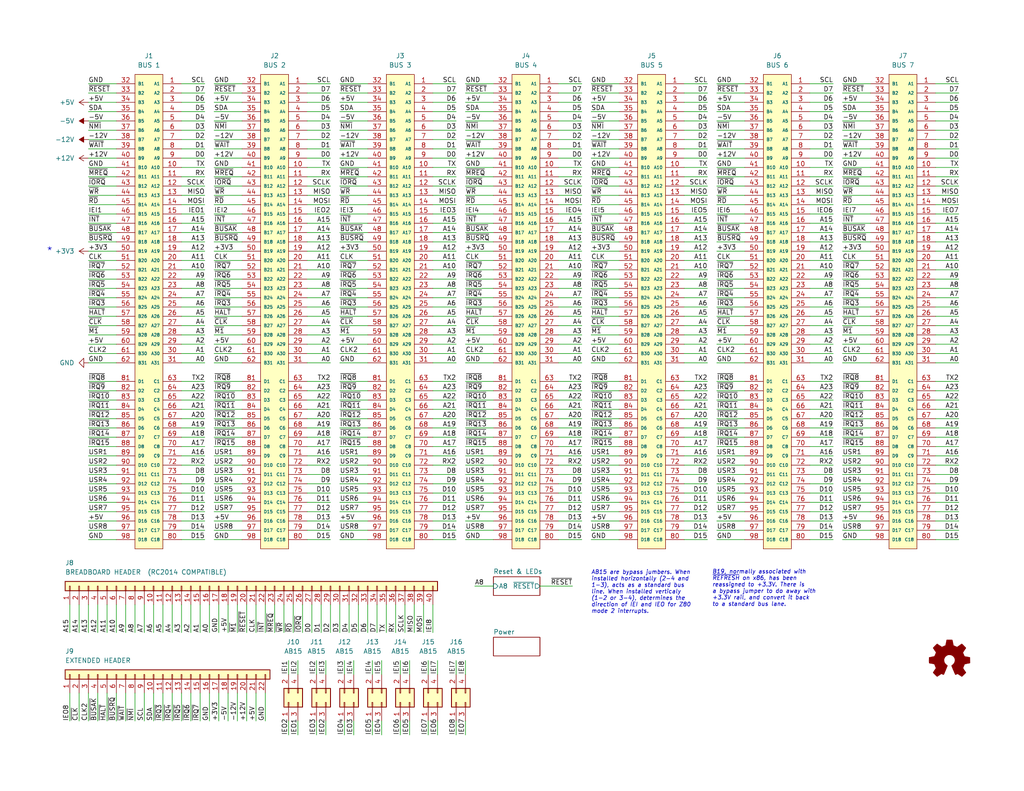
<source format=kicad_sch>
(kicad_sch (version 20230121) (generator eeschema)
  (paper "USLetter")
  (title_block (title "7-slot 16-bit ATX backblane with breadboard connectivity") (date "2023-08-21") (rev "2.1") (company "Frederic Segard  (@microhobbyist)"))
  (wire (pts (xy 49.53 165.1) (xy 49.53 172.72)))
  (wire (pts (xy 127 196.85) (xy 127 200.66)))
  (wire (pts (xy 186.69 119.38) (xy 193.04 119.38)))
  (wire (pts (xy 229.87 114.3) (xy 237.49 114.3)))
  (wire (pts (xy 24.13 22.86) (xy 31.75 22.86)))
  (wire (pts (xy 152.4 129.54) (xy 158.75 129.54)))
  (wire (pts (xy 36.83 189.23) (xy 36.83 196.85)))
  (wire (pts (xy 161.29 45.72) (xy 168.91 45.72)))
  (wire (pts (xy 127 58.42) (xy 134.62 58.42)))
  (wire (pts (xy 127 25.4) (xy 134.62 25.4)))
  (wire (pts (xy 186.69 96.52) (xy 193.04 96.52)))
  (wire (pts (xy 85.09 165.1) (xy 85.09 172.72)))
  (wire (pts (xy 83.82 137.16) (xy 90.17 137.16)))
  (wire (pts (xy 255.27 38.1) (xy 261.62 38.1)))
  (wire (pts (xy 127 22.86) (xy 134.62 22.86)))
  (wire (pts (xy 83.82 116.84) (xy 90.17 116.84)))
  (wire (pts (xy 113.03 165.1) (xy 113.03 172.72)))
  (wire (pts (xy 255.27 127) (xy 261.62 127)))
  (wire (pts (xy 220.98 114.3) (xy 227.33 114.3)))
  (wire (pts (xy 229.87 83.82) (xy 237.49 83.82)))
  (wire (pts (xy 195.58 63.5) (xy 203.2 63.5)))
  (wire (pts (xy 118.11 142.24) (xy 124.46 142.24)))
  (wire (pts (xy 255.27 45.72) (xy 261.62 45.72)))
  (wire (pts (xy 229.87 93.98) (xy 237.49 93.98)))
  (wire (pts (xy 229.87 132.08) (xy 237.49 132.08)))
  (wire (pts (xy 124.46 53.34) (xy 118.11 53.34)))
  (wire (pts (xy 186.69 22.86) (xy 193.04 22.86)))
  (wire (pts (xy 49.53 45.72) (xy 55.88 45.72)))
  (wire (pts (xy 195.58 35.56) (xy 203.2 35.56)))
  (wire (pts (xy 118.11 104.14) (xy 124.46 104.14)))
  (wire (pts (xy 195.58 50.8) (xy 203.2 50.8)))
  (wire (pts (xy 186.69 71.12) (xy 193.04 71.12)))
  (wire (pts (xy 118.11 111.76) (xy 124.46 111.76)))
  (wire (pts (xy 161.29 132.08) (xy 168.91 132.08)))
  (wire (pts (xy 92.71 50.8) (xy 100.33 50.8)))
  (wire (pts (xy 220.98 142.24) (xy 227.33 142.24)))
  (wire (pts (xy 229.87 111.76) (xy 237.49 111.76)))
  (wire (pts (xy 96.52 196.85) (xy 96.52 200.66)))
  (wire (pts (xy 195.58 22.86) (xy 203.2 22.86)))
  (wire (pts (xy 86.36 184.15) (xy 86.36 180.34)))
  (wire (pts (xy 127 66.04) (xy 134.62 66.04)))
  (wire (pts (xy 195.58 27.94) (xy 203.2 27.94)))
  (wire (pts (xy 161.29 35.56) (xy 168.91 35.56)))
  (wire (pts (xy 255.27 63.5) (xy 261.62 63.5)))
  (wire (pts (xy 49.53 40.64) (xy 55.88 40.64)))
  (wire (pts (xy 186.69 38.1) (xy 193.04 38.1)))
  (wire (pts (xy 64.77 189.23) (xy 64.77 196.85)))
  (wire (pts (xy 255.27 96.52) (xy 261.62 96.52)))
  (wire (pts (xy 24.13 73.66) (xy 31.75 73.66)))
  (wire (pts (xy 118.11 134.62) (xy 124.46 134.62)))
  (wire (pts (xy 195.58 147.32) (xy 203.2 147.32)))
  (wire (pts (xy 255.27 58.42) (xy 261.62 58.42)))
  (wire (pts (xy 72.39 189.23) (xy 72.39 196.85)))
  (wire (pts (xy 110.49 165.1) (xy 110.49 172.72)))
  (wire (pts (xy 255.27 73.66) (xy 261.62 73.66)))
  (wire (pts (xy 129.54 160.02) (xy 134.62 160.02)))
  (wire (pts (xy 161.29 111.76) (xy 168.91 111.76)))
  (wire (pts (xy 229.87 76.2) (xy 237.49 76.2)))
  (wire (pts (xy 118.11 86.36) (xy 124.46 86.36)))
  (wire (pts (xy 83.82 58.42) (xy 90.17 58.42)))
  (wire (pts (xy 57.15 165.1) (xy 57.15 172.72)))
  (wire (pts (xy 58.42 43.18) (xy 66.04 43.18)))
  (wire (pts (xy 195.58 71.12) (xy 203.2 71.12)))
  (wire (pts (xy 39.37 165.1) (xy 39.37 172.72)))
  (wire (pts (xy 58.42 124.46) (xy 66.04 124.46)))
  (wire (pts (xy 24.13 121.92) (xy 31.75 121.92)))
  (wire (pts (xy 255.27 78.74) (xy 261.62 78.74)))
  (wire (pts (xy 229.87 25.4) (xy 237.49 25.4)))
  (wire (pts (xy 152.4 60.96) (xy 158.75 60.96)))
  (wire (pts (xy 49.53 76.2) (xy 55.88 76.2)))
  (wire (pts (xy 118.11 129.54) (xy 124.46 129.54)))
  (wire (pts (xy 118.11 30.48) (xy 124.46 30.48)))
  (wire (pts (xy 195.58 60.96) (xy 203.2 60.96)))
  (wire (pts (xy 58.42 109.22) (xy 66.04 109.22)))
  (wire (pts (xy 161.29 71.12) (xy 168.91 71.12)))
  (wire (pts (xy 24.13 76.2) (xy 31.75 76.2)))
  (wire (pts (xy 161.29 60.96) (xy 168.91 60.96)))
  (wire (pts (xy 118.11 35.56) (xy 124.46 35.56)))
  (wire (pts (xy 255.27 91.44) (xy 261.62 91.44)))
  (wire (pts (xy 220.98 38.1) (xy 227.33 38.1)))
  (wire (pts (xy 220.98 71.12) (xy 227.33 71.12)))
  (wire (pts (xy 24.13 50.8) (xy 31.75 50.8)))
  (wire (pts (xy 58.42 35.56) (xy 66.04 35.56)))
  (wire (pts (xy 24.13 116.84) (xy 31.75 116.84)))
  (wire (pts (xy 220.98 73.66) (xy 227.33 73.66)))
  (wire (pts (xy 195.58 99.06) (xy 203.2 99.06)))
  (wire (pts (xy 49.53 91.44) (xy 55.88 91.44)))
  (wire (pts (xy 229.87 91.44) (xy 237.49 91.44)))
  (wire (pts (xy 127 86.36) (xy 134.62 86.36)))
  (wire (pts (xy 186.69 86.36) (xy 193.04 86.36)))
  (wire (pts (xy 186.69 132.08) (xy 193.04 132.08)))
  (wire (pts (xy 186.69 129.54) (xy 193.04 129.54)))
  (wire (pts (xy 58.42 71.12) (xy 66.04 71.12)))
  (wire (pts (xy 161.29 91.44) (xy 168.91 91.44)))
  (wire (pts (xy 229.87 63.5) (xy 237.49 63.5)))
  (wire (pts (xy 220.98 119.38) (xy 227.33 119.38)))
  (wire (pts (xy 229.87 96.52) (xy 237.49 96.52)))
  (wire (pts (xy 24.13 63.5) (xy 31.75 63.5)))
  (wire (pts (xy 118.11 40.64) (xy 124.46 40.64)))
  (wire (pts (xy 24.13 58.42) (xy 31.75 58.42)))
  (wire (pts (xy 92.71 96.52) (xy 100.33 96.52)))
  (wire (pts (xy 107.95 165.1) (xy 107.95 172.72)))
  (wire (pts (xy 58.42 111.76) (xy 66.04 111.76)))
  (wire (pts (xy 77.47 165.1) (xy 77.47 172.72)))
  (wire (pts (xy 31.75 189.23) (xy 31.75 196.85)))
  (wire (pts (xy 118.11 33.02) (xy 124.46 33.02)))
  (wire (pts (xy 229.87 99.06) (xy 237.49 99.06)))
  (wire (pts (xy 118.11 45.72) (xy 124.46 45.72)))
  (wire (pts (xy 161.29 119.38) (xy 168.91 119.38)))
  (wire (pts (xy 24.13 53.34) (xy 31.75 53.34)))
  (wire (pts (xy 118.11 58.42) (xy 124.46 58.42)))
  (wire (pts (xy 92.71 45.72) (xy 100.33 45.72)))
  (wire (pts (xy 255.27 40.64) (xy 261.62 40.64)))
  (wire (pts (xy 92.71 144.78) (xy 100.33 144.78)))
  (wire (pts (xy 83.82 88.9) (xy 90.17 88.9)))
  (wire (pts (xy 78.74 184.15) (xy 78.74 180.34)))
  (wire (pts (xy 255.27 83.82) (xy 261.62 83.82)))
  (wire (pts (xy 92.71 38.1) (xy 100.33 38.1)))
  (wire (pts (xy 116.84 196.85) (xy 116.84 200.66)))
  (wire (pts (xy 255.27 111.76) (xy 261.62 111.76)))
  (wire (pts (xy 118.11 147.32) (xy 124.46 147.32)))
  (wire (pts (xy 83.82 68.58) (xy 90.17 68.58)))
  (wire (pts (xy 31.75 165.1) (xy 31.75 172.72)))
  (wire (pts (xy 186.69 121.92) (xy 193.04 121.92)))
  (wire (pts (xy 161.29 127) (xy 168.91 127)))
  (wire (pts (xy 195.58 78.74) (xy 203.2 78.74)))
  (wire (pts (xy 58.42 73.66) (xy 66.04 73.66)))
  (wire (pts (xy 83.82 111.76) (xy 90.17 111.76)))
  (wire (pts (xy 152.4 40.64) (xy 158.75 40.64)))
  (wire (pts (xy 118.11 165.1) (xy 118.11 172.72)))
  (wire (pts (xy 96.52 184.15) (xy 96.52 180.34)))
  (wire (pts (xy 127 132.08) (xy 134.62 132.08)))
  (wire (pts (xy 49.53 38.1) (xy 55.88 38.1)))
  (wire (pts (xy 118.11 48.26) (xy 124.46 48.26)))
  (wire (pts (xy 24.13 134.62) (xy 31.75 134.62)))
  (wire (pts (xy 118.11 63.5) (xy 124.46 63.5)))
  (wire (pts (xy 186.69 127) (xy 193.04 127)))
  (wire (pts (xy 220.98 147.32) (xy 227.33 147.32)))
  (wire (pts (xy 255.27 139.7) (xy 261.62 139.7)))
  (wire (pts (xy 118.11 22.86) (xy 124.46 22.86)))
  (wire (pts (xy 152.4 22.86) (xy 158.75 22.86)))
  (wire (pts (xy 109.22 196.85) (xy 109.22 200.66)))
  (wire (pts (xy 152.4 132.08) (xy 158.75 132.08)))
  (wire (pts (xy 88.9 196.85) (xy 88.9 200.66)))
  (wire (pts (xy 24.13 109.22) (xy 31.75 109.22)))
  (wire (pts (xy 24.13 129.54) (xy 31.75 129.54)))
  (wire (pts (xy 161.29 109.22) (xy 168.91 109.22)))
  (wire (pts (xy 220.98 121.92) (xy 227.33 121.92)))
  (wire (pts (xy 152.4 111.76) (xy 158.75 111.76)))
  (wire (pts (xy 83.82 93.98) (xy 90.17 93.98)))
  (wire (pts (xy 92.71 93.98) (xy 100.33 93.98)))
  (wire (pts (xy 127 184.15) (xy 127 180.34)))
  (wire (pts (xy 255.27 109.22) (xy 261.62 109.22)))
  (wire (pts (xy 161.29 55.88) (xy 168.91 55.88)))
  (wire (pts (xy 92.71 63.5) (xy 100.33 63.5)))
  (wire (pts (xy 83.82 144.78) (xy 90.17 144.78)))
  (wire (pts (xy 127 78.74) (xy 134.62 78.74)))
  (wire (pts (xy 58.42 137.16) (xy 66.04 137.16)))
  (wire (pts (xy 152.4 127) (xy 158.75 127)))
  (wire (pts (xy 83.82 48.26) (xy 90.17 48.26)))
  (wire (pts (xy 39.37 189.23) (xy 39.37 196.85)))
  (wire (pts (xy 220.98 33.02) (xy 227.33 33.02)))
  (wire (pts (xy 186.69 106.68) (xy 193.04 106.68)))
  (wire (pts (xy 229.87 139.7) (xy 237.49 139.7)))
  (wire (pts (xy 127 88.9) (xy 134.62 88.9)))
  (wire (pts (xy 83.82 76.2) (xy 90.17 76.2)))
  (wire (pts (xy 127 76.2) (xy 134.62 76.2)))
  (wire (pts (xy 58.42 38.1) (xy 66.04 38.1)))
  (wire (pts (xy 83.82 33.02) (xy 90.17 33.02)))
  (wire (pts (xy 24.13 96.52) (xy 31.75 96.52)))
  (wire (pts (xy 152.4 144.78) (xy 158.75 144.78)))
  (wire (pts (xy 24.13 137.16) (xy 31.75 137.16)))
  (wire (pts (xy 49.53 63.5) (xy 55.88 63.5)))
  (wire (pts (xy 220.98 137.16) (xy 227.33 137.16)))
  (wire (pts (xy 24.13 45.72) (xy 31.75 45.72)))
  (wire (pts (xy 55.88 50.8) (xy 49.53 50.8)))
  (wire (pts (xy 119.38 196.85) (xy 119.38 200.66)))
  (wire (pts (xy 49.53 111.76) (xy 55.88 111.76)))
  (wire (pts (xy 152.4 43.18) (xy 158.75 43.18)))
  (wire (pts (xy 127 63.5) (xy 134.62 63.5)))
  (wire (pts (xy 92.71 121.92) (xy 100.33 121.92)))
  (wire (pts (xy 127 60.96) (xy 134.62 60.96)))
  (wire (pts (xy 127 111.76) (xy 134.62 111.76)))
  (wire (pts (xy 229.87 134.62) (xy 237.49 134.62)))
  (wire (pts (xy 83.82 109.22) (xy 90.17 109.22)))
  (wire (pts (xy 186.69 139.7) (xy 193.04 139.7)))
  (wire (pts (xy 237.49 68.58) (xy 229.87 68.58)))
  (wire (pts (xy 220.98 22.86) (xy 227.33 22.86)))
  (wire (pts (xy 152.4 27.94) (xy 158.75 27.94)))
  (wire (pts (xy 161.29 134.62) (xy 168.91 134.62)))
  (wire (pts (xy 92.71 137.16) (xy 100.33 137.16)))
  (wire (pts (xy 186.69 116.84) (xy 193.04 116.84)))
  (wire (pts (xy 58.42 33.02) (xy 66.04 33.02)))
  (wire (pts (xy 161.29 40.64) (xy 168.91 40.64)))
  (wire (pts (xy 255.27 27.94) (xy 261.62 27.94)))
  (wire (pts (xy 69.85 165.1) (xy 69.85 172.72)))
  (wire (pts (xy 229.87 30.48) (xy 237.49 30.48)))
  (wire (pts (xy 220.98 66.04) (xy 227.33 66.04)))
  (wire (pts (xy 92.71 99.06) (xy 100.33 99.06)))
  (wire (pts (xy 158.75 55.88) (xy 152.4 55.88)))
  (wire (pts (xy 127 33.02) (xy 134.62 33.02)))
  (wire (pts (xy 186.69 66.04) (xy 193.04 66.04)))
  (wire (pts (xy 152.4 93.98) (xy 158.75 93.98)))
  (wire (pts (xy 161.29 66.04) (xy 168.91 66.04)))
  (wire (pts (xy 83.82 104.14) (xy 90.17 104.14)))
  (wire (pts (xy 105.41 165.1) (xy 105.41 172.72)))
  (wire (pts (xy 83.82 114.3) (xy 90.17 114.3)))
  (wire (pts (xy 92.71 40.64) (xy 100.33 40.64)))
  (wire (pts (xy 118.11 139.7) (xy 124.46 139.7)))
  (wire (pts (xy 229.87 55.88) (xy 237.49 55.88)))
  (wire (pts (xy 195.58 104.14) (xy 203.2 104.14)))
  (wire (pts (xy 195.58 48.26) (xy 203.2 48.26)))
  (wire (pts (xy 161.29 38.1) (xy 168.91 38.1)))
  (wire (pts (xy 58.42 40.64) (xy 66.04 40.64)))
  (wire (pts (xy 49.53 134.62) (xy 55.88 134.62)))
  (wire (pts (xy 255.27 137.16) (xy 261.62 137.16)))
  (wire (pts (xy 24.13 33.02) (xy 31.75 33.02)))
  (wire (pts (xy 220.98 132.08) (xy 227.33 132.08)))
  (wire (pts (xy 186.69 58.42) (xy 193.04 58.42)))
  (wire (pts (xy 195.58 106.68) (xy 203.2 106.68)))
  (wire (pts (xy 92.71 132.08) (xy 100.33 132.08)))
  (wire (pts (xy 161.29 27.94) (xy 168.91 27.94)))
  (wire (pts (xy 49.53 124.46) (xy 55.88 124.46)))
  (wire (pts (xy 229.87 121.92) (xy 237.49 121.92)))
  (wire (pts (xy 186.69 99.06) (xy 193.04 99.06)))
  (wire (pts (xy 186.69 78.74) (xy 193.04 78.74)))
  (wire (pts (xy 186.69 147.32) (xy 193.04 147.32)))
  (wire (pts (xy 19.05 165.1) (xy 19.05 172.72)))
  (wire (pts (xy 186.69 83.82) (xy 193.04 83.82)))
  (wire (pts (xy 92.71 60.96) (xy 100.33 60.96)))
  (wire (pts (xy 152.4 78.74) (xy 158.75 78.74)))
  (wire (pts (xy 83.82 139.7) (xy 90.17 139.7)))
  (wire (pts (xy 220.98 144.78) (xy 227.33 144.78)))
  (wire (pts (xy 49.53 35.56) (xy 55.88 35.56)))
  (wire (pts (xy 49.53 142.24) (xy 55.88 142.24)))
  (wire (pts (xy 92.71 58.42) (xy 100.33 58.42)))
  (wire (pts (xy 127 119.38) (xy 134.62 119.38)))
  (wire (pts (xy 161.29 58.42) (xy 168.91 58.42)))
  (wire (pts (xy 92.71 73.66) (xy 100.33 73.66)))
  (wire (pts (xy 161.29 99.06) (xy 168.91 99.06)))
  (wire (pts (xy 52.07 165.1) (xy 52.07 172.72)))
  (wire (pts (xy 111.76 184.15) (xy 111.76 180.34)))
  (wire (pts (xy 92.71 91.44) (xy 100.33 91.44)))
  (wire (pts (xy 58.42 114.3) (xy 66.04 114.3)))
  (wire (pts (xy 255.27 99.06) (xy 261.62 99.06)))
  (wire (pts (xy 83.82 66.04) (xy 90.17 66.04)))
  (wire (pts (xy 67.31 189.23) (xy 67.31 196.85)))
  (wire (pts (xy 255.27 60.96) (xy 261.62 60.96)))
  (wire (pts (xy 220.98 109.22) (xy 227.33 109.22)))
  (wire (pts (xy 118.11 116.84) (xy 124.46 116.84)))
  (wire (pts (xy 147.32 160.02) (xy 156.21 160.02)))
  (wire (pts (xy 152.4 71.12) (xy 158.75 71.12)))
  (wire (pts (xy 127 30.48) (xy 134.62 30.48)))
  (wire (pts (xy 195.58 137.16) (xy 203.2 137.16)))
  (wire (pts (xy 24.13 124.46) (xy 31.75 124.46)))
  (wire (pts (xy 49.53 132.08) (xy 55.88 132.08)))
  (wire (pts (xy 227.33 50.8) (xy 220.98 50.8)))
  (wire (pts (xy 220.98 129.54) (xy 227.33 129.54)))
  (wire (pts (xy 67.31 165.1) (xy 67.31 172.72)))
  (wire (pts (xy 24.13 60.96) (xy 31.75 60.96)))
  (wire (pts (xy 195.58 83.82) (xy 203.2 83.82)))
  (wire (pts (xy 118.11 73.66) (xy 124.46 73.66)))
  (wire (pts (xy 152.4 30.48) (xy 158.75 30.48)))
  (wire (pts (xy 24.13 142.24) (xy 31.75 142.24)))
  (wire (pts (xy 195.58 132.08) (xy 203.2 132.08)))
  (wire (pts (xy 127 38.1) (xy 134.62 38.1)))
  (wire (pts (xy 158.75 50.8) (xy 152.4 50.8)))
  (wire (pts (xy 83.82 38.1) (xy 90.17 38.1)))
  (wire (pts (xy 127 45.72) (xy 134.62 45.72)))
  (wire (pts (xy 58.42 58.42) (xy 66.04 58.42)))
  (wire (pts (xy 83.82 132.08) (xy 90.17 132.08)))
  (wire (pts (xy 255.27 71.12) (xy 261.62 71.12)))
  (wire (pts (xy 92.71 55.88) (xy 100.33 55.88)))
  (wire (pts (xy 152.4 58.42) (xy 158.75 58.42)))
  (wire (pts (xy 220.98 43.18) (xy 227.33 43.18)))
  (wire (pts (xy 62.23 165.1) (xy 62.23 172.72)))
  (wire (pts (xy 229.87 45.72) (xy 237.49 45.72)))
  (wire (pts (xy 58.42 129.54) (xy 66.04 129.54)))
  (wire (pts (xy 127 83.82) (xy 134.62 83.82)))
  (wire (pts (xy 58.42 127) (xy 66.04 127)))
  (wire (pts (xy 92.71 81.28) (xy 100.33 81.28)))
  (wire (pts (xy 186.69 35.56) (xy 193.04 35.56)))
  (wire (pts (xy 92.71 86.36) (xy 100.33 86.36)))
  (wire (pts (xy 161.29 121.92) (xy 168.91 121.92)))
  (wire (pts (xy 58.42 91.44) (xy 66.04 91.44)))
  (wire (pts (xy 255.27 76.2) (xy 261.62 76.2)))
  (wire (pts (xy 24.13 93.98) (xy 31.75 93.98)))
  (wire (pts (xy 255.27 43.18) (xy 261.62 43.18)))
  (wire (pts (xy 229.87 50.8) (xy 237.49 50.8)))
  (wire (pts (xy 92.71 27.94) (xy 100.33 27.94)))
  (wire (pts (xy 92.71 30.48) (xy 100.33 30.48)))
  (wire (pts (xy 83.82 91.44) (xy 90.17 91.44)))
  (wire (pts (xy 24.13 48.26) (xy 31.75 48.26)))
  (wire (pts (xy 92.71 147.32) (xy 100.33 147.32)))
  (wire (pts (xy 127 129.54) (xy 134.62 129.54)))
  (wire (pts (xy 229.87 78.74) (xy 237.49 78.74)))
  (wire (pts (xy 83.82 35.56) (xy 90.17 35.56)))
  (wire (pts (xy 82.55 165.1) (xy 82.55 172.72)))
  (wire (pts (xy 83.82 134.62) (xy 90.17 134.62)))
  (wire (pts (xy 24.13 127) (xy 31.75 127)))
  (wire (pts (xy 152.4 106.68) (xy 158.75 106.68)))
  (wire (pts (xy 92.71 22.86) (xy 100.33 22.86)))
  (wire (pts (xy 69.85 189.23) (xy 69.85 196.85)))
  (wire (pts (xy 261.62 53.34) (xy 255.27 53.34)))
  (wire (pts (xy 49.53 106.68) (xy 55.88 106.68)))
  (wire (pts (xy 161.29 83.82) (xy 168.91 83.82)))
  (wire (pts (xy 36.83 165.1) (xy 36.83 172.72)))
  (wire (pts (xy 54.61 165.1) (xy 54.61 172.72)))
  (wire (pts (xy 58.42 86.36) (xy 66.04 86.36)))
  (wire (pts (xy 161.29 50.8) (xy 168.91 50.8)))
  (wire (pts (xy 255.27 132.08) (xy 261.62 132.08)))
  (wire (pts (xy 127 134.62) (xy 134.62 134.62)))
  (wire (pts (xy 186.69 142.24) (xy 193.04 142.24)))
  (wire (pts (xy 83.82 22.86) (xy 90.17 22.86)))
  (wire (pts (xy 83.82 129.54) (xy 90.17 129.54)))
  (wire (pts (xy 58.42 144.78) (xy 66.04 144.78)))
  (wire (pts (xy 229.87 40.64) (xy 237.49 40.64)))
  (wire (pts (xy 195.58 45.72) (xy 203.2 45.72)))
  (wire (pts (xy 24.13 71.12) (xy 31.75 71.12)))
  (wire (pts (xy 87.63 165.1) (xy 87.63 172.72)))
  (wire (pts (xy 24.13 25.4) (xy 31.75 25.4)))
  (wire (pts (xy 127 127) (xy 134.62 127)))
  (wire (pts (xy 186.69 88.9) (xy 193.04 88.9)))
  (wire (pts (xy 195.58 66.04) (xy 203.2 66.04)))
  (wire (pts (xy 83.82 81.28) (xy 90.17 81.28)))
  (wire (pts (xy 92.71 76.2) (xy 100.33 76.2)))
  (wire (pts (xy 101.6 184.15) (xy 101.6 180.34)))
  (wire (pts (xy 186.69 134.62) (xy 193.04 134.62)))
  (wire (pts (xy 44.45 165.1) (xy 44.45 172.72)))
  (wire (pts (xy 255.27 33.02) (xy 261.62 33.02)))
  (wire (pts (xy 261.62 55.88) (xy 255.27 55.88)))
  (wire (pts (xy 195.58 25.4) (xy 203.2 25.4)))
  (wire (pts (xy 195.58 144.78) (xy 203.2 144.78)))
  (wire (pts (xy 220.98 48.26) (xy 227.33 48.26)))
  (wire (pts (xy 255.27 116.84) (xy 261.62 116.84)))
  (wire (pts (xy 195.58 88.9) (xy 203.2 88.9)))
  (wire (pts (xy 49.53 68.58) (xy 55.88 68.58)))
  (wire (pts (xy 24.13 114.3) (xy 31.75 114.3)))
  (wire (pts (xy 220.98 60.96) (xy 227.33 60.96)))
  (wire (pts (xy 83.82 27.94) (xy 90.17 27.94)))
  (wire (pts (xy 220.98 45.72) (xy 227.33 45.72)))
  (wire (pts (xy 186.69 76.2) (xy 193.04 76.2)))
  (wire (pts (xy 186.69 68.58) (xy 193.04 68.58)))
  (wire (pts (xy 161.29 81.28) (xy 168.91 81.28)))
  (wire (pts (xy 24.13 104.14) (xy 31.75 104.14)))
  (wire (pts (xy 59.69 189.23) (xy 59.69 196.85)))
  (wire (pts (xy 92.71 165.1) (xy 92.71 172.72)))
  (wire (pts (xy 152.4 114.3) (xy 158.75 114.3)))
  (wire (pts (xy 220.98 91.44) (xy 227.33 91.44)))
  (wire (pts (xy 152.4 76.2) (xy 158.75 76.2)))
  (wire (pts (xy 92.71 109.22) (xy 100.33 109.22)))
  (wire (pts (xy 49.53 116.84) (xy 55.88 116.84)))
  (wire (pts (xy 24.13 147.32) (xy 31.75 147.32)))
  (wire (pts (xy 41.91 189.23) (xy 41.91 196.85)))
  (wire (pts (xy 83.82 73.66) (xy 90.17 73.66)))
  (wire (pts (xy 102.87 165.1) (xy 102.87 172.72)))
  (wire (pts (xy 49.53 189.23) (xy 49.53 196.85)))
  (wire (pts (xy 229.87 109.22) (xy 237.49 109.22)))
  (wire (pts (xy 229.87 104.14) (xy 237.49 104.14)))
  (wire (pts (xy 49.53 86.36) (xy 55.88 86.36)))
  (wire (pts (xy 118.11 27.94) (xy 124.46 27.94)))
  (wire (pts (xy 255.27 22.86) (xy 261.62 22.86)))
  (wire (pts (xy 58.42 66.04) (xy 66.04 66.04)))
  (wire (pts (xy 34.29 189.23) (xy 34.29 196.85)))
  (wire (pts (xy 229.87 147.32) (xy 237.49 147.32)))
  (wire (pts (xy 118.11 78.74) (xy 124.46 78.74)))
  (wire (pts (xy 24.13 132.08) (xy 31.75 132.08)))
  (wire (pts (xy 229.87 86.36) (xy 237.49 86.36)))
  (wire (pts (xy 195.58 114.3) (xy 203.2 114.3)))
  (wire (pts (xy 49.53 119.38) (xy 55.88 119.38)))
  (wire (pts (xy 161.29 48.26) (xy 168.91 48.26)))
  (wire (pts (xy 111.76 196.85) (xy 111.76 200.66)))
  (wire (pts (xy 152.4 63.5) (xy 158.75 63.5)))
  (wire (pts (xy 24.13 165.1) (xy 24.13 172.72)))
  (wire (pts (xy 127 121.92) (xy 134.62 121.92)))
  (wire (pts (xy 161.29 144.78) (xy 168.91 144.78)))
  (wire (pts (xy 52.07 189.23) (xy 52.07 196.85)))
  (wire (pts (xy 220.98 93.98) (xy 227.33 93.98)))
  (wire (pts (xy 92.71 111.76) (xy 100.33 111.76)))
  (wire (pts (xy 127 93.98) (xy 134.62 93.98)))
  (wire (pts (xy 220.98 30.48) (xy 227.33 30.48)))
  (wire (pts (xy 21.59 189.23) (xy 21.59 196.85)))
  (wire (pts (xy 118.11 71.12) (xy 124.46 71.12)))
  (wire (pts (xy 195.58 124.46) (xy 203.2 124.46)))
  (wire (pts (xy 92.71 114.3) (xy 100.33 114.3)))
  (wire (pts (xy 255.27 104.14) (xy 261.62 104.14)))
  (wire (pts (xy 49.53 96.52) (xy 55.88 96.52)))
  (wire (pts (xy 229.87 73.66) (xy 237.49 73.66)))
  (wire (pts (xy 193.04 53.34) (xy 186.69 53.34)))
  (wire (pts (xy 19.05 189.23) (xy 19.05 196.85)))
  (wire (pts (xy 83.82 78.74) (xy 90.17 78.74)))
  (wire (pts (xy 92.71 71.12) (xy 100.33 71.12)))
  (wire (pts (xy 161.29 93.98) (xy 168.91 93.98)))
  (wire (pts (xy 49.53 139.7) (xy 55.88 139.7)))
  (wire (pts (xy 195.58 109.22) (xy 203.2 109.22)))
  (wire (pts (xy 81.28 196.85) (xy 81.28 200.66)))
  (wire (pts (xy 255.27 35.56) (xy 261.62 35.56)))
  (wire (pts (xy 220.98 76.2) (xy 227.33 76.2)))
  (wire (pts (xy 118.11 38.1) (xy 124.46 38.1)))
  (wire (pts (xy 92.71 142.24) (xy 100.33 142.24)))
  (wire (pts (xy 161.29 124.46) (xy 168.91 124.46)))
  (wire (pts (xy 127 142.24) (xy 134.62 142.24)))
  (wire (pts (xy 255.27 134.62) (xy 261.62 134.62)))
  (wire (pts (xy 195.58 121.92) (xy 203.2 121.92)))
  (wire (pts (xy 229.87 66.04) (xy 237.49 66.04)))
  (wire (pts (xy 220.98 86.36) (xy 227.33 86.36)))
  (wire (pts (xy 195.58 134.62) (xy 203.2 134.62)))
  (wire (pts (xy 127 99.06) (xy 134.62 99.06)))
  (wire (pts (xy 118.11 91.44) (xy 124.46 91.44)))
  (wire (pts (xy 24.13 38.1) (xy 31.75 38.1)))
  (wire (pts (xy 127 40.64) (xy 134.62 40.64)))
  (wire (pts (xy 195.58 119.38) (xy 203.2 119.38)))
  (wire (pts (xy 59.69 165.1) (xy 59.69 172.72)))
  (wire (pts (xy 220.98 124.46) (xy 227.33 124.46)))
  (wire (pts (xy 55.88 53.34) (xy 49.53 53.34)))
  (wire (pts (xy 118.11 96.52) (xy 124.46 96.52)))
  (wire (pts (xy 97.79 165.1) (xy 97.79 172.72)))
  (wire (pts (xy 127 27.94) (xy 134.62 27.94)))
  (wire (pts (xy 220.98 104.14) (xy 227.33 104.14)))
  (wire (pts (xy 118.11 144.78) (xy 124.46 144.78)))
  (wire (pts (xy 124.46 50.8) (xy 118.11 50.8)))
  (wire (pts (xy 161.29 30.48) (xy 168.91 30.48)))
  (wire (pts (xy 220.98 81.28) (xy 227.33 81.28)))
  (wire (pts (xy 49.53 73.66) (xy 55.88 73.66)))
  (wire (pts (xy 220.98 106.68) (xy 227.33 106.68)))
  (wire (pts (xy 92.71 139.7) (xy 100.33 139.7)))
  (wire (pts (xy 161.29 22.86) (xy 168.91 22.86)))
  (wire (pts (xy 186.69 114.3) (xy 193.04 114.3)))
  (wire (pts (xy 49.53 104.14) (xy 55.88 104.14)))
  (wire (pts (xy 49.53 33.02) (xy 55.88 33.02)))
  (wire (pts (xy 92.71 116.84) (xy 100.33 116.84)))
  (wire (pts (xy 26.67 189.23) (xy 26.67 196.85)))
  (wire (pts (xy 152.4 91.44) (xy 158.75 91.44)))
  (wire (pts (xy 92.71 66.04) (xy 100.33 66.04)))
  (wire (pts (xy 24.13 43.18) (xy 31.75 43.18)))
  (wire (pts (xy 152.4 38.1) (xy 158.75 38.1)))
  (wire (pts (xy 220.98 96.52) (xy 227.33 96.52)))
  (wire (pts (xy 186.69 33.02) (xy 193.04 33.02)))
  (wire (pts (xy 152.4 45.72) (xy 158.75 45.72)))
  (wire (pts (xy 152.4 96.52) (xy 158.75 96.52)))
  (wire (pts (xy 220.98 35.56) (xy 227.33 35.56)))
  (wire (pts (xy 195.58 43.18) (xy 203.2 43.18)))
  (wire (pts (xy 186.69 63.5) (xy 193.04 63.5)))
  (wire (pts (xy 49.53 81.28) (xy 55.88 81.28)))
  (wire (pts (xy 83.82 119.38) (xy 90.17 119.38)))
  (wire (pts (xy 195.58 76.2) (xy 203.2 76.2)))
  (wire (pts (xy 229.87 53.34) (xy 237.49 53.34)))
  (wire (pts (xy 127 53.34) (xy 134.62 53.34)))
  (wire (pts (xy 186.69 111.76) (xy 193.04 111.76)))
  (wire (pts (xy 195.58 139.7) (xy 203.2 139.7)))
  (wire (pts (xy 255.27 142.24) (xy 261.62 142.24)))
  (wire (pts (xy 118.11 127) (xy 124.46 127)))
  (wire (pts (xy 161.29 139.7) (xy 168.91 139.7)))
  (wire (pts (xy 119.38 184.15) (xy 119.38 180.34)))
  (wire (pts (xy 220.98 88.9) (xy 227.33 88.9)))
  (wire (pts (xy 24.13 144.78) (xy 31.75 144.78)))
  (wire (pts (xy 31.75 68.58) (xy 24.13 68.58)))
  (wire (pts (xy 255.27 93.98) (xy 261.62 93.98)))
  (wire (pts (xy 49.53 30.48) (xy 55.88 30.48)))
  (wire (pts (xy 49.53 60.96) (xy 55.88 60.96)))
  (wire (pts (xy 118.11 114.3) (xy 124.46 114.3)))
  (wire (pts (xy 134.62 68.58) (xy 127 68.58)))
  (wire (pts (xy 152.4 81.28) (xy 158.75 81.28)))
  (wire (pts (xy 80.01 165.1) (xy 80.01 172.72)))
  (wire (pts (xy 227.33 55.88) (xy 220.98 55.88)))
  (wire (pts (xy 92.71 43.18) (xy 100.33 43.18)))
  (wire (pts (xy 127 104.14) (xy 134.62 104.14)))
  (wire (pts (xy 229.87 33.02) (xy 237.49 33.02)))
  (wire (pts (xy 46.99 165.1) (xy 46.99 172.72)))
  (wire (pts (xy 186.69 137.16) (xy 193.04 137.16)))
  (wire (pts (xy 118.11 132.08) (xy 124.46 132.08)))
  (wire (pts (xy 195.58 40.64) (xy 203.2 40.64)))
  (wire (pts (xy 158.75 53.34) (xy 152.4 53.34)))
  (wire (pts (xy 220.98 134.62) (xy 227.33 134.62)))
  (wire (pts (xy 220.98 99.06) (xy 227.33 99.06)))
  (wire (pts (xy 229.87 48.26) (xy 237.49 48.26)))
  (wire (pts (xy 34.29 165.1) (xy 34.29 172.72)))
  (wire (pts (xy 229.87 144.78) (xy 237.49 144.78)))
  (wire (pts (xy 104.14 184.15) (xy 104.14 180.34)))
  (wire (pts (xy 255.27 86.36) (xy 261.62 86.36)))
  (wire (pts (xy 83.82 142.24) (xy 90.17 142.24)))
  (wire (pts (xy 152.4 109.22) (xy 158.75 109.22)))
  (wire (pts (xy 229.87 142.24) (xy 237.49 142.24)))
  (wire (pts (xy 83.82 63.5) (xy 90.17 63.5)))
  (wire (pts (xy 58.42 93.98) (xy 66.04 93.98)))
  (wire (pts (xy 49.53 127) (xy 55.88 127)))
  (wire (pts (xy 49.53 93.98) (xy 55.88 93.98)))
  (wire (pts (xy 78.74 196.85) (xy 78.74 200.66)))
  (wire (pts (xy 66.04 68.58) (xy 58.42 68.58)))
  (wire (pts (xy 195.58 96.52) (xy 203.2 96.52)))
  (wire (pts (xy 62.23 189.23) (xy 62.23 196.85)))
  (wire (pts (xy 186.69 25.4) (xy 193.04 25.4)))
  (wire (pts (xy 186.69 104.14) (xy 193.04 104.14)))
  (wire (pts (xy 49.53 71.12) (xy 55.88 71.12)))
  (wire (pts (xy 24.13 88.9) (xy 31.75 88.9)))
  (wire (pts (xy 152.4 104.14) (xy 158.75 104.14)))
  (wire (pts (xy 49.53 109.22) (xy 55.88 109.22)))
  (wire (pts (xy 92.71 78.74) (xy 100.33 78.74)))
  (wire (pts (xy 58.42 147.32) (xy 66.04 147.32)))
  (wire (pts (xy 255.27 106.68) (xy 261.62 106.68)))
  (wire (pts (xy 161.29 88.9) (xy 168.91 88.9)))
  (wire (pts (xy 58.42 22.86) (xy 66.04 22.86)))
  (wire (pts (xy 24.13 30.48) (xy 31.75 30.48)))
  (wire (pts (xy 54.61 189.23) (xy 54.61 196.85)))
  (wire (pts (xy 100.33 68.58) (xy 92.71 68.58)))
  (wire (pts (xy 255.27 121.92) (xy 261.62 121.92)))
  (wire (pts (xy 46.99 189.23) (xy 46.99 196.85)))
  (wire (pts (xy 186.69 48.26) (xy 193.04 48.26)))
  (wire (pts (xy 24.13 35.56) (xy 31.75 35.56)))
  (wire (pts (xy 186.69 109.22) (xy 193.04 109.22)))
  (wire (pts (xy 24.13 99.06) (xy 31.75 99.06)))
  (wire (pts (xy 118.11 93.98) (xy 124.46 93.98)))
  (wire (pts (xy 229.87 58.42) (xy 237.49 58.42)))
  (wire (pts (xy 49.53 137.16) (xy 55.88 137.16)))
  (wire (pts (xy 127 96.52) (xy 134.62 96.52)))
  (wire (pts (xy 83.82 43.18) (xy 90.17 43.18)))
  (wire (pts (xy 83.82 96.52) (xy 90.17 96.52)))
  (wire (pts (xy 161.29 142.24) (xy 168.91 142.24)))
  (wire (pts (xy 152.4 83.82) (xy 158.75 83.82)))
  (wire (pts (xy 115.57 165.1) (xy 115.57 172.72)))
  (wire (pts (xy 29.21 165.1) (xy 29.21 172.72)))
  (wire (pts (xy 255.27 129.54) (xy 261.62 129.54)))
  (wire (pts (xy 58.42 55.88) (xy 66.04 55.88)))
  (wire (pts (xy 118.11 137.16) (xy 124.46 137.16)))
  (wire (pts (xy 186.69 91.44) (xy 193.04 91.44)))
  (wire (pts (xy 49.53 144.78) (xy 55.88 144.78)))
  (wire (pts (xy 88.9 184.15) (xy 88.9 180.34)))
  (wire (pts (xy 168.91 68.58) (xy 161.29 68.58)))
  (wire (pts (xy 193.04 50.8) (xy 186.69 50.8)))
  (wire (pts (xy 229.87 124.46) (xy 237.49 124.46)))
  (wire (pts (xy 118.11 88.9) (xy 124.46 88.9)))
  (wire (pts (xy 186.69 73.66) (xy 193.04 73.66)))
  (wire (pts (xy 58.42 63.5) (xy 66.04 63.5)))
  (wire (pts (xy 58.42 99.06) (xy 66.04 99.06)))
  (wire (pts (xy 92.71 127) (xy 100.33 127)))
  (wire (pts (xy 152.4 147.32) (xy 158.75 147.32)))
  (wire (pts (xy 152.4 86.36) (xy 158.75 86.36)))
  (wire (pts (xy 220.98 25.4) (xy 227.33 25.4)))
  (wire (pts (xy 229.87 127) (xy 237.49 127)))
  (wire (pts (xy 58.42 139.7) (xy 66.04 139.7)))
  (wire (pts (xy 152.4 33.02) (xy 158.75 33.02)))
  (wire (pts (xy 161.29 129.54) (xy 168.91 129.54)))
  (wire (pts (xy 195.58 58.42) (xy 203.2 58.42)))
  (wire (pts (xy 49.53 147.32) (xy 55.88 147.32)))
  (wire (pts (xy 229.87 43.18) (xy 237.49 43.18)))
  (wire (pts (xy 26.67 165.1) (xy 26.67 172.72)))
  (wire (pts (xy 92.71 134.62) (xy 100.33 134.62)))
  (wire (pts (xy 220.98 116.84) (xy 227.33 116.84)))
  (wire (pts (xy 229.87 27.94) (xy 237.49 27.94)))
  (wire (pts (xy 58.42 142.24) (xy 66.04 142.24)))
  (wire (pts (xy 127 50.8) (xy 134.62 50.8)))
  (wire (pts (xy 195.58 53.34) (xy 203.2 53.34)))
  (wire (pts (xy 92.71 35.56) (xy 100.33 35.56)))
  (wire (pts (xy 229.87 137.16) (xy 237.49 137.16)))
  (wire (pts (xy 58.42 88.9) (xy 66.04 88.9)))
  (wire (pts (xy 152.4 121.92) (xy 158.75 121.92)))
  (wire (pts (xy 255.27 30.48) (xy 261.62 30.48)))
  (wire (pts (xy 81.28 184.15) (xy 81.28 180.34)))
  (wire (pts (xy 255.27 147.32) (xy 261.62 147.32)))
  (wire (pts (xy 90.17 53.34) (xy 83.82 53.34)))
  (wire (pts (xy 227.33 53.34) (xy 220.98 53.34)))
  (wire (pts (xy 152.4 66.04) (xy 158.75 66.04)))
  (wire (pts (xy 195.58 55.88) (xy 203.2 55.88)))
  (wire (pts (xy 127 109.22) (xy 134.62 109.22)))
  (wire (pts (xy 127 139.7) (xy 134.62 139.7)))
  (wire (pts (xy 161.29 73.66) (xy 168.91 73.66)))
  (wire (pts (xy 118.11 121.92) (xy 124.46 121.92)))
  (wire (pts (xy 127 106.68) (xy 134.62 106.68)))
  (wire (pts (xy 118.11 83.82) (xy 124.46 83.82)))
  (wire (pts (xy 229.87 116.84) (xy 237.49 116.84)))
  (wire (pts (xy 24.13 83.82) (xy 31.75 83.82)))
  (wire (pts (xy 83.82 124.46) (xy 90.17 124.46)))
  (wire (pts (xy 72.39 165.1) (xy 72.39 172.72)))
  (wire (pts (xy 127 137.16) (xy 134.62 137.16)))
  (wire (pts (xy 58.42 45.72) (xy 66.04 45.72)))
  (wire (pts (xy 229.87 81.28) (xy 237.49 81.28)))
  (wire (pts (xy 92.71 33.02) (xy 100.33 33.02)))
  (wire (pts (xy 58.42 119.38) (xy 66.04 119.38)))
  (wire (pts (xy 161.29 53.34) (xy 168.91 53.34)))
  (wire (pts (xy 92.71 124.46) (xy 100.33 124.46)))
  (wire (pts (xy 195.58 86.36) (xy 203.2 86.36)))
  (wire (pts (xy 152.4 134.62) (xy 158.75 134.62)))
  (wire (pts (xy 127 73.66) (xy 134.62 73.66)))
  (wire (pts (xy 161.29 43.18) (xy 168.91 43.18)))
  (wire (pts (xy 195.58 116.84) (xy 203.2 116.84)))
  (wire (pts (xy 116.84 184.15) (xy 116.84 180.34)))
  (wire (pts (xy 118.11 43.18) (xy 124.46 43.18)))
  (wire (pts (xy 186.69 144.78) (xy 193.04 144.78)))
  (wire (pts (xy 92.71 83.82) (xy 100.33 83.82)))
  (wire (pts (xy 195.58 73.66) (xy 203.2 73.66)))
  (wire (pts (xy 93.98 196.85) (xy 93.98 200.66)))
  (wire (pts (xy 161.29 86.36) (xy 168.91 86.36)))
  (wire (pts (xy 29.21 189.23) (xy 29.21 196.85)))
  (wire (pts (xy 127 55.88) (xy 134.62 55.88)))
  (wire (pts (xy 118.11 81.28) (xy 124.46 81.28)))
  (wire (pts (xy 86.36 196.85) (xy 86.36 200.66)))
  (wire (pts (xy 41.91 165.1) (xy 41.91 172.72)))
  (wire (pts (xy 229.87 35.56) (xy 237.49 35.56)))
  (wire (pts (xy 229.87 71.12) (xy 237.49 71.12)))
  (wire (pts (xy 220.98 40.64) (xy 227.33 40.64)))
  (wire (pts (xy 261.62 50.8) (xy 255.27 50.8)))
  (wire (pts (xy 58.42 53.34) (xy 66.04 53.34)))
  (wire (pts (xy 220.98 111.76) (xy 227.33 111.76)))
  (wire (pts (xy 92.71 88.9) (xy 100.33 88.9)))
  (wire (pts (xy 152.4 119.38) (xy 158.75 119.38)))
  (wire (pts (xy 118.11 76.2) (xy 124.46 76.2)))
  (wire (pts (xy 24.13 111.76) (xy 31.75 111.76)))
  (wire (pts (xy 255.27 68.58) (xy 261.62 68.58)))
  (wire (pts (xy 58.42 132.08) (xy 66.04 132.08)))
  (wire (pts (xy 229.87 88.9) (xy 237.49 88.9)))
  (wire (pts (xy 127 147.32) (xy 134.62 147.32)))
  (wire (pts (xy 229.87 119.38) (xy 237.49 119.38)))
  (wire (pts (xy 118.11 60.96) (xy 124.46 60.96)))
  (wire (pts (xy 92.71 25.4) (xy 100.33 25.4)))
  (wire (pts (xy 152.4 73.66) (xy 158.75 73.66)))
  (wire (pts (xy 186.69 27.94) (xy 193.04 27.94)))
  (wire (pts (xy 118.11 68.58) (xy 124.46 68.58)))
  (wire (pts (xy 127 144.78) (xy 134.62 144.78)))
  (wire (pts (xy 24.13 78.74) (xy 31.75 78.74)))
  (wire (pts (xy 58.42 116.84) (xy 66.04 116.84)))
  (wire (pts (xy 161.29 25.4) (xy 168.91 25.4)))
  (wire (pts (xy 90.17 165.1) (xy 90.17 172.72)))
  (wire (pts (xy 229.87 106.68) (xy 237.49 106.68)))
  (wire (pts (xy 118.11 66.04) (xy 124.46 66.04)))
  (wire (pts (xy 92.71 119.38) (xy 100.33 119.38)))
  (wire (pts (xy 58.42 121.92) (xy 66.04 121.92)))
  (wire (pts (xy 229.87 129.54) (xy 237.49 129.54)))
  (wire (pts (xy 100.33 165.1) (xy 100.33 172.72)))
  (wire (pts (xy 83.82 147.32) (xy 90.17 147.32)))
  (wire (pts (xy 49.53 58.42) (xy 55.88 58.42)))
  (wire (pts (xy 58.42 83.82) (xy 66.04 83.82)))
  (wire (pts (xy 161.29 147.32) (xy 168.91 147.32)))
  (wire (pts (xy 255.27 124.46) (xy 261.62 124.46)))
  (wire (pts (xy 195.58 38.1) (xy 203.2 38.1)))
  (wire (pts (xy 152.4 68.58) (xy 158.75 68.58)))
  (wire (pts (xy 220.98 127) (xy 227.33 127)))
  (wire (pts (xy 229.87 22.86) (xy 237.49 22.86)))
  (wire (pts (xy 58.42 60.96) (xy 66.04 60.96)))
  (wire (pts (xy 58.42 106.68) (xy 66.04 106.68)))
  (wire (pts (xy 152.4 139.7) (xy 158.75 139.7)))
  (wire (pts (xy 83.82 127) (xy 90.17 127)))
  (wire (pts (xy 186.69 60.96) (xy 193.04 60.96)))
  (wire (pts (xy 195.58 30.48) (xy 203.2 30.48)))
  (wire (pts (xy 49.53 129.54) (xy 55.88 129.54)))
  (wire (pts (xy 255.27 81.28) (xy 261.62 81.28)))
  (wire (pts (xy 24.13 55.88) (xy 31.75 55.88)))
  (wire (pts (xy 255.27 114.3) (xy 261.62 114.3)))
  (wire (pts (xy 152.4 137.16) (xy 158.75 137.16)))
  (wire (pts (xy 24.13 40.64) (xy 31.75 40.64)))
  (wire (pts (xy 83.82 45.72) (xy 90.17 45.72)))
  (wire (pts (xy 92.71 104.14) (xy 100.33 104.14)))
  (wire (pts (xy 152.4 99.06) (xy 158.75 99.06)))
  (wire (pts (xy 49.53 83.82) (xy 55.88 83.82)))
  (wire (pts (xy 58.42 134.62) (xy 66.04 134.62)))
  (wire (pts (xy 255.27 119.38) (xy 261.62 119.38)))
  (wire (pts (xy 90.17 50.8) (xy 83.82 50.8)))
  (wire (pts (xy 220.98 78.74) (xy 227.33 78.74)))
  (wire (pts (xy 152.4 25.4) (xy 158.75 25.4)))
  (wire (pts (xy 220.98 68.58) (xy 227.33 68.58)))
  (wire (pts (xy 203.2 68.58) (xy 195.58 68.58)))
  (wire (pts (xy 49.53 27.94) (xy 55.88 27.94)))
  (wire (pts (xy 195.58 111.76) (xy 203.2 111.76)))
  (wire (pts (xy 58.42 27.94) (xy 66.04 27.94)))
  (wire (pts (xy 101.6 196.85) (xy 101.6 200.66)))
  (wire (pts (xy 195.58 93.98) (xy 203.2 93.98)))
  (wire (pts (xy 127 35.56) (xy 134.62 35.56)))
  (wire (pts (xy 195.58 33.02) (xy 203.2 33.02)))
  (wire (pts (xy 161.29 78.74) (xy 168.91 78.74)))
  (wire (pts (xy 127 91.44) (xy 134.62 91.44)))
  (wire (pts (xy 186.69 124.46) (xy 193.04 124.46)))
  (wire (pts (xy 58.42 96.52) (xy 66.04 96.52)))
  (wire (pts (xy 24.13 86.36) (xy 31.75 86.36)))
  (wire (pts (xy 195.58 91.44) (xy 203.2 91.44)))
  (wire (pts (xy 92.71 106.68) (xy 100.33 106.68)))
  (wire (pts (xy 64.77 165.1) (xy 64.77 172.72)))
  (wire (pts (xy 24.13 106.68) (xy 31.75 106.68)))
  (wire (pts (xy 161.29 33.02) (xy 168.91 33.02)))
  (wire (pts (xy 229.87 60.96) (xy 237.49 60.96)))
  (wire (pts (xy 83.82 71.12) (xy 90.17 71.12)))
  (wire (pts (xy 220.98 63.5) (xy 227.33 63.5)))
  (wire (pts (xy 255.27 144.78) (xy 261.62 144.78)))
  (wire (pts (xy 118.11 119.38) (xy 124.46 119.38)))
  (wire (pts (xy 24.13 139.7) (xy 31.75 139.7)))
  (wire (pts (xy 93.98 184.15) (xy 93.98 180.34)))
  (wire (pts (xy 161.29 104.14) (xy 168.91 104.14)))
  (wire (pts (xy 58.42 76.2) (xy 66.04 76.2)))
  (wire (pts (xy 49.53 22.86) (xy 55.88 22.86)))
  (wire (pts (xy 24.13 27.94) (xy 31.75 27.94)))
  (wire (pts (xy 83.82 40.64) (xy 90.17 40.64)))
  (wire (pts (xy 220.98 83.82) (xy 227.33 83.82)))
  (wire (pts (xy 152.4 142.24) (xy 158.75 142.24)))
  (wire (pts (xy 127 71.12) (xy 134.62 71.12)))
  (wire (pts (xy 83.82 25.4) (xy 90.17 25.4)))
  (wire (pts (xy 161.29 96.52) (xy 168.91 96.52)))
  (wire (pts (xy 83.82 121.92) (xy 90.17 121.92)))
  (wire (pts (xy 104.14 196.85) (xy 104.14 200.66)))
  (wire (pts (xy 152.4 116.84) (xy 158.75 116.84)))
  (wire (pts (xy 186.69 45.72) (xy 193.04 45.72)))
  (wire (pts (xy 118.11 25.4) (xy 124.46 25.4)))
  (wire (pts (xy 118.11 124.46) (xy 124.46 124.46)))
  (wire (pts (xy 118.11 106.68) (xy 124.46 106.68)))
  (wire (pts (xy 124.46 184.15) (xy 124.46 180.34)))
  (wire (pts (xy 24.13 66.04) (xy 31.75 66.04)))
  (wire (pts (xy 127 124.46) (xy 134.62 124.46)))
  (wire (pts (xy 49.53 48.26) (xy 55.88 48.26)))
  (wire (pts (xy 220.98 58.42) (xy 227.33 58.42)))
  (wire (pts (xy 58.42 81.28) (xy 66.04 81.28)))
  (wire (pts (xy 152.4 124.46) (xy 158.75 124.46)))
  (wire (pts (xy 186.69 40.64) (xy 193.04 40.64)))
  (wire (pts (xy 74.93 165.1) (xy 74.93 172.72)))
  (wire (pts (xy 255.27 48.26) (xy 261.62 48.26)))
  (wire (pts (xy 118.11 109.22) (xy 124.46 109.22)))
  (wire (pts (xy 127 116.84) (xy 134.62 116.84)))
  (wire (pts (xy 124.46 196.85) (xy 124.46 200.66)))
  (wire (pts (xy 58.42 48.26) (xy 66.04 48.26)))
  (wire (pts (xy 255.27 88.9) (xy 261.62 88.9)))
  (wire (pts (xy 92.71 129.54) (xy 100.33 129.54)))
  (wire (pts (xy 55.88 55.88) (xy 49.53 55.88)))
  (wire (pts (xy 152.4 88.9) (xy 158.75 88.9)))
  (wire (pts (xy 186.69 93.98) (xy 193.04 93.98)))
  (wire (pts (xy 58.42 30.48) (xy 66.04 30.48)))
  (wire (pts (xy 152.4 48.26) (xy 158.75 48.26)))
  (wire (pts (xy 58.42 50.8) (xy 66.04 50.8)))
  (wire (pts (xy 49.53 78.74) (xy 55.88 78.74)))
  (wire (pts (xy 83.82 30.48) (xy 90.17 30.48)))
  (wire (pts (xy 161.29 63.5) (xy 168.91 63.5)))
  (wire (pts (xy 49.53 43.18) (xy 55.88 43.18)))
  (wire (pts (xy 127 48.26) (xy 134.62 48.26)))
  (wire (pts (xy 161.29 106.68) (xy 168.91 106.68)))
  (wire (pts (xy 83.82 60.96) (xy 90.17 60.96)))
  (wire (pts (xy 255.27 25.4) (xy 261.62 25.4)))
  (wire (pts (xy 21.59 165.1) (xy 21.59 172.72)))
  (wire (pts (xy 90.17 55.88) (xy 83.82 55.88)))
  (wire (pts (xy 109.22 184.15) (xy 109.22 180.34)))
  (wire (pts (xy 83.82 106.68) (xy 90.17 106.68)))
  (wire (pts (xy 58.42 104.14) (xy 66.04 104.14)))
  (wire (pts (xy 92.71 53.34) (xy 100.33 53.34)))
  (wire (pts (xy 161.29 114.3) (xy 168.91 114.3)))
  (wire (pts (xy 161.29 116.84) (xy 168.91 116.84)))
  (wire (pts (xy 161.29 137.16) (xy 168.91 137.16)))
  (wire (pts (xy 92.71 48.26) (xy 100.33 48.26)))
  (wire (pts (xy 229.87 38.1) (xy 237.49 38.1)))
  (wire (pts (xy 255.27 66.04) (xy 261.62 66.04)))
  (wire (pts (xy 127 114.3) (xy 134.62 114.3)))
  (wire (pts (xy 220.98 139.7) (xy 227.33 139.7)))
  (wire (pts (xy 83.82 86.36) (xy 90.17 86.36)))
  (wire (pts (xy 195.58 129.54) (xy 203.2 129.54)))
  (wire (pts (xy 83.82 99.06) (xy 90.17 99.06)))
  (wire (pts (xy 220.98 27.94) (xy 227.33 27.94)))
  (wire (pts (xy 49.53 66.04) (xy 55.88 66.04)))
  (wire (pts (xy 49.53 99.06) (xy 55.88 99.06)))
  (wire (pts (xy 152.4 35.56) (xy 158.75 35.56)))
  (wire (pts (xy 24.13 189.23) (xy 24.13 196.85)))
  (wire (pts (xy 49.53 88.9) (xy 55.88 88.9)))
  (wire (pts (xy 24.13 119.38) (xy 31.75 119.38)))
  (wire (pts (xy 127 43.18) (xy 134.62 43.18)))
  (wire (pts (xy 118.11 99.06) (xy 124.46 99.06)))
  (wire (pts (xy 195.58 127) (xy 203.2 127)))
  (wire (pts (xy 195.58 81.28) (xy 203.2 81.28)))
  (wire (pts (xy 49.53 25.4) (xy 55.88 25.4)))
  (wire (pts (xy 83.82 83.82) (xy 90.17 83.82)))
  (wire (pts (xy 186.69 43.18) (xy 193.04 43.18)))
  (wire (pts (xy 124.46 55.88) (xy 118.11 55.88)))
  (wire (pts (xy 57.15 189.23) (xy 57.15 196.85)))
  (wire (pts (xy 186.69 81.28) (xy 193.04 81.28)))
  (wire (pts (xy 186.69 30.48) (xy 193.04 30.48)))
  (wire (pts (xy 44.45 189.23) (xy 44.45 196.85)))
  (wire (pts (xy 49.53 114.3) (xy 55.88 114.3)))
  (wire (pts (xy 49.53 121.92) (xy 55.88 121.92)))
  (wire (pts (xy 58.42 78.74) (xy 66.04 78.74)))
  (wire (pts (xy 58.42 25.4) (xy 66.04 25.4)))
  (wire (pts (xy 24.13 91.44) (xy 31.75 91.44)))
  (wire (pts (xy 24.13 81.28) (xy 31.75 81.28)))
  (wire (pts (xy 161.29 76.2) (xy 168.91 76.2)))
  (wire (pts (xy 195.58 142.24) (xy 203.2 142.24)))
  (wire (pts (xy 95.25 165.1) (xy 95.25 172.72)))
  (wire (pts (xy 193.04 55.88) (xy 186.69 55.88)))
  (wire (pts (xy 127 81.28) (xy 134.62 81.28)))
  (text "AB15 are bypass jumbers. When\ninstalled horizontally (2-4 and\n1-3), acts as a standard bus\nline. When installed verticaly\n(1-2 or 3-4), determines the\ndirection of IEI and IEO for Z80\nmode 2 interrupts." (at 161.29 167.64 0) (effects (font (size 1.1 1.1) italic) (justify left bottom)))
  (text "*" (at 12.7 69.85 0) (effects (font (size 2 2)) (justify left bottom)))
  (text "B19, normally associated with\n~{REFRESH} on x86, has been\nreassigned to +3.3V. There is\na bypass jumper to do away with\n+3.3V rail, and convert it back\nto a standard bus lane." (at 194.31 165.735 0) (effects (font (size 1.1 1.1) italic) (justify left bottom)))
  (text "FRE80\n\nIRQ 0 *	System Timer (CTC\nIRQ 1 *	PS/2 Keyboard\nIRQ 2 *	COM 1 & 2\nIRQ 8 *	Real Time Clock\nIRQ 9 *	PS/2 Mouse" (at -45.72 99.06 0) (effects (font (size 1.27 1.27)) (justify left bottom)))
  (text "PC IRQ LIST\n\nIRQ 0	System Timer\nIRQ 1	Keyboard\nIRQ 2	Cascaded with IRQ 9\nIRQ 3	Default COM2 and COM4\nIRQ 4	Default COM1 and COM3\nIRQ 5	LPT2\nIRQ 6	Floppy Drive Controller\nIRQ 7	LPT1\nIRQ 8	Real Time Clock\nIRQ 9	SEE 2\nIRQ 10	Open\nIRQ 11	Open\nIRQ 12	PS/2 mouse or Open\nIRQ 13	Math Coprocessor\nIRQ 14	Primary Hard Drive controller\nIRQ 15	Secondary Hard Drive controller" (at -45.72 142.24 0) (effects (font (size 1.27 1.27)) (justify left bottom)))
  (label "+12V" (at 127 43.18 0))
  (label "SCL" (at 227.33 22.86 180))
  (label "A18" (at 158.75 119.38 180))
  (label "GND" (at 195.58 22.86 0))
  (label "A13" (at 158.75 66.04 180))
  (label "USR8" (at 127 144.78 0))
  (label "A21" (at 55.88 111.76 180))
  (label "A3" (at 158.75 91.44 180))
  (label "USR7" (at 92.71 139.7 0))
  (label "~{IRQ5}" (at 58.42 78.74 0))
  (label "~{IRQ4}" (at 92.71 81.28 0))
  (label "D8" (at 158.75 129.54 180))
  (label "USR6" (at 92.71 137.16 0))
  (label "IEO8" (at 19.05 196.85 90))
  (label "A20" (at 227.33 114.3 180))
  (label "~{RESET}" (at 195.58 25.4 0))
  (label "+3V3" (at 161.29 68.58 0))
  (label "A11" (at 55.88 71.12 180))
  (label "RX" (at 107.95 172.72 90))
  (label "+12V" (at 24.13 43.18 0))
  (label "A6" (at 41.91 172.72 90))
  (label "~{RESET}" (at 58.42 25.4 0))
  (label "A9" (at 124.46 76.2 180))
  (label "D13" (at 227.33 142.24 180))
  (label "~{HALT}" (at 161.29 86.36 0))
  (label "A17" (at 261.62 121.92 180))
  (label "~{IRQ10}" (at 161.29 109.22 0))
  (label "GND" (at 161.29 45.72 0))
  (label "A23" (at 55.88 106.68 180))
  (label "~{NMI}" (at 58.42 35.56 0))
  (label "CLK2" (at 229.87 96.52 0))
  (label "TX2" (at 193.04 104.14 180))
  (label "IEI7" (at 124.46 180.34 270))
  (label "MOSI" (at 193.04 55.88 180))
  (label "D0" (at 193.04 43.18 180))
  (label "SDA" (at 58.42 30.48 0))
  (label "SCLK" (at 55.88 50.8 180))
  (label "D8" (at 261.62 129.54 180))
  (label "~{IRQ10}" (at 195.58 109.22 0))
  (label "RX2" (at 90.17 127 180))
  (label "D2" (at 158.75 38.1 180))
  (label "+12V" (at 67.31 196.85 90))
  (label "~{NMI}" (at 229.87 35.56 0))
  (label "A13" (at 24.13 172.72 90))
  (label "~{IRQ6}" (at 229.87 76.2 0))
  (label "~{IRQ11}" (at 127 111.76 0))
  (label "D15" (at 55.88 147.32 180))
  (label "A3" (at 261.62 91.44 180))
  (label "GND" (at 161.29 147.32 0))
  (label "+5V" (at 127 142.24 0))
  (label "A7" (at 55.88 81.28 180))
  (label "D2" (at 90.17 172.72 90))
  (label "+5V" (at 69.85 196.85 90))
  (label "D12" (at 227.33 139.7 180))
  (label "~{IRQ10}" (at 24.13 109.22 0))
  (label "~{IRQ3}" (at 92.71 83.82 0))
  (label "GND" (at 127 45.72 0))
  (label "~{WR}" (at 24.13 53.34 0))
  (label "~{IRQ11}" (at 229.87 111.76 0))
  (label "A23" (at 193.04 106.68 180))
  (label "RX2" (at 261.62 127 180))
  (label "D8" (at 124.46 129.54 180))
  (label "D1" (at 193.04 40.64 180))
  (label "A1" (at 158.75 96.52 180))
  (label "A21" (at 193.04 111.76 180))
  (label "D6" (at 90.17 27.94 180))
  (label "D8" (at 90.17 129.54 180))
  (label "~{IORQ}" (at 58.42 50.8 0))
  (label "A5" (at 158.75 86.36 180))
  (label "~{BUSRQ}" (at 127 66.04 0))
  (label "USR7" (at 161.29 139.7 0))
  (label "IEI4" (at 127 58.42 0))
  (label "~{WAIT}" (at 229.87 40.64 0))
  (label "~{CLK}" (at 161.29 88.9 0))
  (label "D13" (at 193.04 142.24 180))
  (label "A23" (at 227.33 106.68 180))
  (label "GND" (at 229.87 22.86 0))
  (label "A3" (at 193.04 91.44 180))
  (label "A10" (at 158.75 73.66 180))
  (label "+3V3" (at 127 68.58 0))
  (label "CLK2" (at 161.29 96.52 0))
  (label "A7" (at 124.46 81.28 180))
  (label "IEI8" (at 118.11 172.72 90))
  (label "~{M1}" (at 229.87 91.44 0))
  (label "SCLK" (at 90.17 50.8 180))
  (label "~{M1}" (at 92.71 91.44 0))
  (label "SDA" (at 161.29 30.48 0))
  (label "MOSI" (at 124.46 55.88 180))
  (label "A17" (at 90.17 121.92 180))
  (label "~{IRQ8}" (at 92.71 104.14 0))
  (label "A12" (at 124.46 68.58 180))
  (label "A9" (at 227.33 76.2 180))
  (label "D0" (at 55.88 43.18 180))
  (label "A5" (at 124.46 86.36 180))
  (label "A7" (at 261.62 81.28 180))
  (label "A13" (at 193.04 66.04 180))
  (label "TX2" (at 261.62 104.14 180))
  (label "A12" (at 26.67 172.72 90))
  (label "A6" (at 55.88 83.82 180))
  (label "+5V" (at 24.13 27.94 0))
  (label "A11" (at 193.04 71.12 180))
  (label "A5" (at 44.45 172.72 90))
  (label "~{IRQ11}" (at 92.71 111.76 0))
  (label "A6" (at 193.04 83.82 180))
  (label "~{IRQ11}" (at 58.42 111.76 0))
  (label "~{RESET}" (at 127 25.4 0))
  (label "RX" (at 90.17 48.26 180))
  (label "D11" (at 261.62 137.16 180))
  (label "A11" (at 124.46 71.12 180))
  (label "~{IRQ5}" (at 49.53 196.85 90))
  (label "~{IRQ4}" (at 229.87 81.28 0))
  (label "CLK" (at 69.85 172.72 90))
  (label "D2" (at 193.04 38.1 180))
  (label "A14" (at 90.17 63.5 180))
  (label "MISO" (at 90.17 53.34 180))
  (label "~{IRQ7}" (at 229.87 73.66 0))
  (label "IEO5" (at 111.76 200.66 90))
  (label "~{IRQ13}" (at 24.13 116.84 0))
  (label "SCL" (at 261.62 22.86 180))
  (label "A6" (at 158.75 83.82 180))
  (label "+5V" (at 229.87 142.24 0))
  (label "A14" (at 124.46 63.5 180))
  (label "A12" (at 158.75 68.58 180))
  (label "~{BUSAK}" (at 229.87 63.5 0))
  (label "IEO2" (at 88.9 200.66 90))
  (label "~{IRQ12}" (at 58.42 114.3 0))
  (label "D1" (at 227.33 40.64 180))
  (label "D13" (at 90.17 142.24 180))
  (label "~{IRQ10}" (at 58.42 109.22 0))
  (label "D2" (at 227.33 38.1 180))
  (label "~{CLK}" (at 21.59 196.85 90))
  (label "~{IRQ15}" (at 24.13 121.92 0))
  (label "A1" (at 90.17 96.52 180))
  (label "USR5" (at 127 134.62 0))
  (label "~{WR}" (at 161.29 53.34 0))
  (label "A19" (at 124.46 116.84 180))
  (label "IEO7" (at 127 200.66 90))
  (label "D12" (at 158.75 139.7 180))
  (label "A1" (at 261.62 96.52 180))
  (label "A14" (at 193.04 63.5 180))
  (label "~{IRQ5}" (at 92.71 78.74 0))
  (label "A7" (at 193.04 81.28 180))
  (label "A7" (at 227.33 81.28 180))
  (label "USR7" (at 127 139.7 0))
  (label "+5V" (at 24.13 93.98 0))
  (label "IEO8" (at 124.46 200.66 90))
  (label "~{IRQ6}" (at 58.42 76.2 0))
  (label "SDA" (at 92.71 30.48 0))
  (label "USR3" (at 92.71 129.54 0))
  (label "IEI2" (at 81.28 180.34 270))
  (label "IEO5" (at 193.04 58.42 180))
  (label "~{IRQ3}" (at 44.45 196.85 90))
  (label "USR4" (at 229.87 132.08 0))
  (label "A8" (at 158.75 78.74 180))
  (label "A15" (at 55.88 60.96 180))
  (label "TX" (at 193.04 45.72 180))
  (label "D11" (at 90.17 137.16 180))
  (label "A5" (at 90.17 86.36 180))
  (label "A13" (at 124.46 66.04 180))
  (label "A6" (at 227.33 83.82 180))
  (label "A22" (at 124.46 109.22 180))
  (label "~{MREQ}" (at 229.87 48.26 0))
  (label "~{IRQ13}" (at 161.29 116.84 0))
  (label "+5V" (at 195.58 93.98 0))
  (label "SCL" (at 39.37 196.85 90))
  (label "~{IRQ14}" (at 58.42 119.38 0))
  (label "A20" (at 55.88 114.3 180))
  (label "RX2" (at 158.75 127 180))
  (label "~{IRQ15}" (at 161.29 121.92 0))
  (label "USR6" (at 127 137.16 0))
  (label "A0" (at 261.62 99.06 180))
  (label "+5V" (at 92.71 93.98 0))
  (label "SCL" (at 90.17 22.86 180))
  (label "IEI5" (at 161.29 58.42 0))
  (label "D14" (at 158.75 144.78 180))
  (label "SDA" (at 24.13 30.48 0))
  (label "A22" (at 158.75 109.22 180))
  (label "~{IORQ}" (at 127 50.8 0))
  (label "A2" (at 261.62 93.98 180))
  (label "D15" (at 158.75 147.32 180))
  (label "A9" (at 55.88 76.2 180))
  (label "USR1" (at 92.71 124.46 0))
  (label "A10" (at 227.33 73.66 180))
  (label "RX2" (at 124.46 127 180))
  (label "A16" (at 55.88 124.46 180))
  (label "GND" (at 24.13 22.86 0))
  (label "+5V" (at 92.71 27.94 0))
  (label "IEI6" (at 111.76 180.34 270))
  (label "A12" (at 261.62 68.58 180))
  (label "~{IRQ7}" (at 127 73.66 0))
  (label "USR4" (at 92.71 132.08 0))
  (label "A0" (at 55.88 99.06 180))
  (label "D15" (at 124.46 147.32 180))
  (label "+12V" (at 195.58 43.18 0))
  (label "-5V" (at 24.13 33.02 0))
  (label "IEO6" (at 119.38 200.66 90))
  (label "D10" (at 193.04 134.62 180))
  (label "~{IRQ5}" (at 161.29 78.74 0))
  (label "~{RD}" (at 92.71 55.88 0))
  (label "A10" (at 124.46 73.66 180))
  (label "D11" (at 158.75 137.16 180))
  (label "A3" (at 49.53 172.72 90))
  (label "A23" (at 158.75 106.68 180))
  (label "A17" (at 158.75 121.92 180))
  (label "IEO7" (at 116.84 200.66 90))
  (label "IEI1" (at 78.74 180.34 270))
  (label "~{IRQ15}" (at 58.42 121.92 0))
  (label "CLK2" (at 58.42 96.52 0))
  (label "~{IRQ11}" (at 161.29 111.76 0))
  (label "A0" (at 158.75 99.06 180))
  (label "A3" (at 55.88 91.44 180))
  (label "D3" (at 92.71 172.72 90))
  (label "GND" (at 127 22.86 0))
  (label "CLK" (at 161.29 71.12 0))
  (label "TX" (at 105.41 172.72 90))
  (label "USR5" (at 161.29 134.62 0))
  (label "~{IRQ4}" (at 24.13 81.28 0))
  (label "~{CLK}" (at 92.71 88.9 0))
  (label "GND" (at 72.39 196.85 90))
  (label "D7" (at 124.46 25.4 180))
  (label "A1" (at 193.04 96.52 180))
  (label "D9" (at 193.04 132.08 180))
  (label "A12" (at 90.17 68.58 180))
  (label "SCL" (at 55.88 22.86 180))
  (label "A6" (at 261.62 83.82 180))
  (label "A14" (at 158.75 63.5 180))
  (label "~{IRQ12}" (at 161.29 114.3 0))
  (label "D4" (at 193.04 33.02 180))
  (label "D14" (at 124.46 144.78 180))
  (label "D1" (at 90.17 40.64 180))
  (label "+3V3" (at 59.69 196.85 90))
  (label "~{MREQ}" (at 58.42 48.26 0))
  (label "D7" (at 55.88 25.4 180))
  (label "MISO" (at 124.46 53.34 180))
  (label "A20" (at 90.17 114.3 180))
  (label "USR3" (at 195.58 129.54 0))
  (label "TX2" (at 158.75 104.14 180))
  (label "A16" (at 227.33 124.46 180))
  (label "D12" (at 55.88 139.7 180))
  (label "~{IRQ5}" (at 127 78.74 0))
  (label "A8" (at 227.33 78.74 180))
  (label "~{IRQ8}" (at 229.87 104.14 0))
  (label "~{HALT}" (at 24.13 86.36 0))
  (label "~{IRQ8}" (at 195.58 104.14 0))
  (label "A15" (at 227.33 60.96 180))
  (label "+5V" (at 229.87 93.98 0))
  (label "A13" (at 55.88 66.04 180))
  (label "USR5" (at 195.58 134.62 0))
  (label "GND" (at 57.15 196.85 90))
  (label "~{WAIT}" (at 127 40.64 0))
  (label "D4" (at 55.88 33.02 180))
  (label "~{MREQ}" (at 161.29 48.26 0))
  (label "~{MREQ}" (at 195.58 48.26 0))
  (label "A4" (at 90.17 88.9 180))
  (label "D5" (at 261.62 30.48 180))
  (label "A11" (at 227.33 71.12 180))
  (label "A5" (at 193.04 86.36 180))
  (label "D5" (at 158.75 30.48 180))
  (label "USR3" (at 229.87 129.54 0))
  (label "SDA" (at 229.87 30.48 0))
  (label "GND" (at 92.71 147.32 0))
  (label "MISO" (at 113.03 172.72 90))
  (label "~{NMI}" (at 24.13 35.56 0))
  (label "IEO4" (at 158.75 58.42 180))
  (label "A19" (at 227.33 116.84 180))
  (label "TX" (at 261.62 45.72 180))
  (label "~{M1}" (at 64.77 172.72 90))
  (label "D4" (at 227.33 33.02 180))
  (label "D2" (at 124.46 38.1 180))
  (label "A13" (at 90.17 66.04 180))
  (label "D1" (at 55.88 40.64 180))
  (label "~{IRQ13}" (at 92.71 116.84 0))
  (label "~{BUSRQ}" (at 31.75 196.85 90))
  (label "USR3" (at 161.29 129.54 0))
  (label "~{RD}" (at 229.87 55.88 0))
  (label "SDA" (at 195.58 30.48 0))
  (label "~{IRQ9}" (at 161.29 106.68 0))
  (label "A17" (at 124.46 121.92 180))
  (label "D10" (at 55.88 134.62 180))
  (label "+5V" (at 161.29 142.24 0))
  (label "~{IRQ12}" (at 127 114.3 0))
  (label "~{WAIT}" (at 92.71 40.64 0))
  (label "A5" (at 261.62 86.36 180))
  (label "A16" (at 193.04 124.46 180))
  (label "~{IRQ10}" (at 92.71 109.22 0))
  (label "A21" (at 261.62 111.76 180))
  (label "~{IRQ12}" (at 92.71 114.3 0))
  (label "D5" (at 55.88 30.48 180))
  (label "CLK2" (at 92.71 96.52 0))
  (label "A2" (at 227.33 93.98 180))
  (label "MISO" (at 193.04 53.34 180))
  (label "A1" (at 227.33 96.52 180))
  (label "D4" (at 261.62 33.02 180))
  (label "GND" (at 127 147.32 0))
  (label "D9" (at 90.17 132.08 180))
  (label "~{IRQ6}" (at 127 76.2 0))
  (label "~{IRQ4}" (at 195.58 81.28 0))
  (label "A18" (at 261.62 119.38 180))
  (label "USR4" (at 127 132.08 0))
  (label "IEO1" (at 81.28 200.66 90))
  (label "-5V" (at 92.71 33.02 0))
  (label "A2" (at 193.04 93.98 180))
  (label "+5V" (at 24.13 142.24 0))
  (label "~{IRQ4}" (at 161.29 81.28 0))
  (label "A11" (at 261.62 71.12 180))
  (label "A18" (at 55.88 119.38 180))
  (label "+12V" (at 229.87 43.18 0))
  (label "~{WAIT}" (at 24.13 40.64 0))
  (label "~{IORQ}" (at 195.58 50.8 0))
  (label "~{IRQ7}" (at 54.61 196.85 90))
  (label "USR2" (at 195.58 127 0))
  (label "MOSI" (at 115.57 172.72 90))
  (label "~{IRQ14}" (at 92.71 119.38 0))
  (label "D10" (at 158.75 134.62 180))
  (label "A8" (at 90.17 78.74 180))
  (label "~{IRQ11}" (at 195.58 111.76 0))
  (label "~{IRQ3}" (at 161.29 83.82 0))
  (label "RX" (at 158.75 48.26 180))
  (label "A1" (at 124.46 96.52 180))
  (label "~{HALT}" (at 29.21 196.85 90))
  (label "A11" (at 158.75 71.12 180))
  (label "USR2" (at 92.71 127 0))
  (label "~{IRQ14}" (at 24.13 119.38 0))
  (label "A23" (at 261.62 106.68 180))
  (label "A19" (at 55.88 116.84 180))
  (label "SCL" (at 193.04 22.86 180))
  (label "A21" (at 90.17 111.76 180))
  (label "D0" (at 261.62 43.18 180))
  (label "~{IRQ3}" (at 58.42 83.82 0))
  (label "+3V3" (at 92.71 68.58 0))
  (label "IEO3" (at 96.52 200.66 90))
  (label "D7" (at 227.33 25.4 180))
  (label "D6" (at 193.04 27.94 180))
  (label "A15" (at 261.62 60.96 180))
  (label "SCL" (at 158.75 22.86 180))
  (label "A18" (at 193.04 119.38 180))
  (label "+3V3" (at 229.87 68.58 0))
  (label "~{IRQ4}" (at 127 81.28 0))
  (label "USR4" (at 161.29 132.08 0))
  (label "GND" (at 195.58 147.32 0))
  (label "-5V" (at 161.29 33.02 0))
  (label "~{IRQ14}" (at 195.58 119.38 0))
  (label "A21" (at 124.46 111.76 180))
  (label "D3" (at 193.04 35.56 180))
  (label "GND" (at 59.69 172.72 90))
  (label "USR2" (at 24.13 127 0))
  (label "~{IRQ15}" (at 229.87 121.92 0))
  (label "~{BUSRQ}" (at 24.13 66.04 0))
  (label "GND" (at 24.13 99.06 0))
  (label "D14" (at 261.62 144.78 180))
  (label "SCLK" (at 227.33 50.8 180))
  (label "~{IRQ3}" (at 24.13 83.82 0))
  (label "-12V" (at 195.58 38.1 0))
  (label "USR1" (at 195.58 124.46 0))
  (label "USR7" (at 24.13 139.7 0))
  (label "~{WAIT}" (at 195.58 40.64 0))
  (label "IEI8" (at 127 180.34 270))
  (label "USR6" (at 161.29 137.16 0))
  (label "A19" (at 261.62 116.84 180))
  (label "D3" (at 158.75 35.56 180))
  (label "~{IRQ13}" (at 58.42 116.84 0))
  (label "IEO4" (at 104.14 200.66 90))
  (label "D7" (at 102.87 172.72 90))
  (label "GND" (at 195.58 45.72 0))
  (label "A0" (at 193.04 99.06 180))
  (label "A14" (at 261.62 63.5 180))
  (label "MISO" (at 55.88 53.34 180))
  (label "A0" (at 124.46 99.06 180))
  (label "A16" (at 261.62 124.46 180))
  (label "A16" (at 124.46 124.46 180))
  (label "A8" (at 55.88 78.74 180))
  (label "A4" (at 55.88 88.9 180))
  (label "A2" (at 124.46 93.98 180))
  (label "D9" (at 55.88 132.08 180))
  (label "A3" (at 124.46 91.44 180))
  (label "~{RD}" (at 161.29 55.88 0))
  (label "CLK" (at 229.87 71.12 0))
  (label "USR1" (at 161.29 124.46 0))
  (label "~{IRQ10}" (at 229.87 109.22 0))
  (label "~{HALT}" (at 58.42 86.36 0))
  (label "~{RD}" (at 195.58 55.88 0))
  (label "D15" (at 90.17 147.32 180))
  (label "~{IRQ14}" (at 127 119.38 0))
  (label "D2" (at 90.17 38.1 180))
  (label "+5V" (at 229.87 27.94 0))
  (label "A15" (at 90.17 60.96 180))
  (label "A19" (at 193.04 116.84 180))
  (label "A5" (at 55.88 86.36 180))
  (label "D6" (at 158.75 27.94 180))
  (label "USR7" (at 195.58 139.7 0))
  (label "+5V" (at 195.58 142.24 0))
  (label "+5V" (at 195.58 27.94 0))
  (label "~{IRQ12}" (at 229.87 114.3 0))
  (label "~{IRQ12}" (at 195.58 114.3 0))
  (label "TX2" (at 90.17 104.14 180))
  (label "~{NMI}" (at 92.71 35.56 0))
  (label "~{IRQ3}" (at 195.58 83.82 0))
  (label "~{INT}" (at 229.87 60.96 0))
  (label "A22" (at 55.88 109.22 180))
  (label "~{IORQ}" (at 161.29 50.8 0))
  (label "A8" (at 193.04 78.74 180))
  (label "USR3" (at 127 129.54 0))
  (label "~{BUSRQ}" (at 92.71 66.04 0))
  (label "D7" (at 158.75 25.4 180))
  (label "A15" (at 19.05 172.72 90))
  (label "TX" (at 227.33 45.72 180))
  (label "RX2" (at 193.04 127 180))
  (label "+5V" (at 161.29 93.98 0))
  (label "~{IORQ}" (at 92.71 50.8 0))
  (label "D11" (at 55.88 137.16 180))
  (label "~{WAIT}" (at 161.29 40.64 0))
  (label "~{INT}" (at 24.13 60.96 0))
  (label "GND" (at 229.87 147.32 0))
  (label "A12" (at 193.04 68.58 180))
  (label "D11" (at 227.33 137.16 180))
  (label "A9" (at 261.62 76.2 180))
  (label "D4" (at 158.75 33.02 180))
  (label "~{WR}" (at 229.87 53.34 0))
  (label "D13" (at 261.62 142.24 180))
  (label "~{IRQ8}" (at 58.42 104.14 0))
  (label "~{INT}" (at 72.39 172.72 90))
  (label "TX2" (at 124.46 104.14 180))
  (label "USR1" (at 24.13 124.46 0))
  (label "~{IRQ8}" (at 127 104.14 0))
  (label "~{BUSRQ}" (at 58.42 66.04 0))
  (label "~{M1}" (at 195.58 91.44 0))
  (label "~{HALT}" (at 195.58 86.36 0))
  (label "A9" (at 158.75 76.2 180))
  (label "RX2" (at 227.33 127 180))
  (label "~{WR}" (at 58.42 53.34 0))
  (label "USR2" (at 161.29 127 0))
  (label "A13" (at 261.62 66.04 180))
  (label "~{IRQ6}" (at 52.07 196.85 90))
  (label "D8" (at 227.33 129.54 180))
  (label "A1" (at 55.88 96.52 180))
  (label "A3" (at 227.33 91.44 180))
  (label "CLK" (at 24.13 71.12 0))
  (label "USR6" (at 195.58 137.16 0))
  (label "+3V3" (at 195.58 68.58 0))
  (label "IEI4" (at 101.6 180.34 270))
  (label "MOSI" (at 90.17 55.88 180))
  (label "~{IRQ15}" (at 127 121.92 0))
  (label "D0" (at 90.17 43.18 180))
  (label "~{WAIT}" (at 34.29 196.85 90))
  (label "~{IORQ}" (at 229.87 50.8 0))
  (label "A12" (at 55.88 68.58 180))
  (label "~{RD}" (at 80.01 172.72 90))
  (label "A15" (at 124.46 60.96 180))
  (label "RX" (at 227.33 48.26 180))
  (label "~{IRQ7}" (at 92.71 73.66 0))
  (label "D14" (at 55.88 144.78 180))
  (label "IEI3" (at 93.98 180.34 270))
  (label "IEO3" (at 124.46 58.42 180))
  (label "D7" (at 261.62 25.4 180))
  (label "~{RESET}" (at 67.31 172.72 90))
  (label "A4" (at 46.99 172.72 90))
  (label "~{INT}" (at 92.71 60.96 0))
  (label "A17" (at 193.04 121.92 180))
  (label "~{IRQ9}" (at 127 106.68 0))
  (label "~{BUSRQ}" (at 161.29 66.04 0))
  (label "A10" (at 55.88 73.66 180))
  (label "GND" (at 92.71 99.06 0))
  (label "~{NMI}" (at 195.58 35.56 0))
  (label "A5" (at 227.33 86.36 180))
  (label "+5V" (at 58.42 27.94 0))
  (label "D3" (at 90.17 35.56 180))
  (label "~{IRQ13}" (at 127 116.84 0))
  (label "+5V" (at 127 93.98 0))
  (label "A17" (at 227.33 121.92 180))
  (label "SCLK" (at 261.62 50.8 180))
  (label "D0" (at 124.46 43.18 180))
  (label "IEO7" (at 261.62 58.42 180))
  (label "USR5" (at 229.87 134.62 0))
  (label "D13" (at 124.46 142.24 180))
  (label "~{IRQ11}" (at 24.13 111.76 0))
  (label "A13" (at 227.33 66.04 180))
  (label "~{MREQ}" (at 92.71 48.26 0))
  (label "~{IRQ6}" (at 161.29 76.2 0))
  (label "A10" (at 31.75 172.72 90))
  (label "D2" (at 261.62 38.1 180))
  (label "GND" (at 58.42 147.32 0))
  (label "A0" (at 57.15 172.72 90))
  (label "D14" (at 193.04 144.78 180))
  (label "D12" (at 261.62 139.7 180))
  (label "IEO6" (at 227.33 58.42 180))
  (label "-12V" (at 64.77 196.85 90))
  (label "A7" (at 39.37 172.72 90))
  (label "D10" (at 124.46 134.62 180))
  (label "MISO" (at 261.62 53.34 180))
  (label "~{M1}" (at 161.29 91.44 0))
  (label "A4" (at 158.75 88.9 180))
  (label "~{IRQ13}" (at 229.87 116.84 0))
  (label "~{WR}" (at 92.71 53.34 0))
  (label "IEO3" (at 86.36 200.66 90))
  (label "A15" (at 193.04 60.96 180))
  (label "-5V" (at 62.23 196.85 90))
  (label "D3" (at 55.88 35.56 180))
  (label "USR6" (at 229.87 137.16 0))
  (label "A4" (at 227.33 88.9 180))
  (label "+5V" (at 161.29 27.94 0))
  (label "MOSI" (at 227.33 55.88 180))
  (label "USR3" (at 24.13 129.54 0))
  (label "~{M1}" (at 127 91.44 0))
  (label "USR4" (at 58.42 132.08 0))
  (label "~{IRQ8}" (at 24.13 104.14 0))
  (label "~{BUSAK}" (at 127 63.5 0))
  (label "D4" (at 90.17 33.02 180))
  (label "~{CLK}" (at 58.42 88.9 0))
  (label "~{IRQ7}" (at 58.42 73.66 0))
  (label "~{IRQ7}" (at 24.13 73.66 0))
  (label "D14" (at 90.17 144.78 180))
  (label "-12V" (at 24.13 38.1 0))
  (label "D15" (at 193.04 147.32 180))
  (label "D6" (at 227.33 27.94 180))
  (label "A8" (at 124.46 78.74 180))
  (label "~{BUSAK}" (at 161.29 63.5 0))
  (label "RX" (at 193.04 48.26 180))
  (label "-5V" (at 195.58 33.02 0))
  (label "SCLK" (at 124.46 50.8 180))
  (label "A1" (at 54.61 172.72 90))
  (label "+3V3" (at 58.42 68.58 0))
  (label "A22" (at 193.04 109.22 180))
  (label "USR8" (at 161.29 144.78 0))
  (label "IEO2" (at 90.17 58.42 180))
  (label "USR4" (at 195.58 132.08 0))
  (label "~{INT}" (at 58.42 60.96 0))
  (label "~{IRQ15}" (at 195.58 121.92 0))
  (label "IEO4" (at 93.98 200.66 90))
  (label "D1" (at 261.62 40.64 180))
  (label "USR5" (at 24.13 134.62 0))
  (label "D6" (at 261.62 27.94 180))
  (label "IEI5" (at 109.22 180.34 270))
  (label "A20" (at 158.75 114.3 180))
  (label "~{HALT}" (at 127 86.36 0))
  (label "~{IRQ15}" (at 92.71 121.92 0))
  (label "D4" (at 95.25 172.72 90))
  (label "D8" (at 55.88 129.54 180))
  (label "+5V" (at 92.71 142.24 0))
  (label "A14" (at 55.88 63.5 180))
  (label "GND" (at 58.42 45.72 0))
  (label "~{M1}" (at 24.13 91.44 0))
  (label "A2" (at 90.17 93.98 180))
  (label "~{IRQ3}" (at 127 83.82 0))
  (label "TX2" (at 227.33 104.14 180))
  (label "GND" (at 229.87 99.06 0))
  (label "TX2" (at 55.88 104.14 180))
  (label "A16" (at 158.75 124.46 180))
  (label "~{IRQ12}" (at 24.13 114.3 0))
  (label "RX" (at 261.62 48.26 180))
  (label "A20" (at 124.46 114.3 180))
  (label "MISO" (at 227.33 53.34 180))
  (label "A8" (at 36.83 172.72 90))
  (label "D8" (at 193.04 129.54 180))
  (label "~{CLK}" (at 229.87 88.9 0))
  (label "IEI3" (at 92.71 58.42 0))
  (label "~{INT}" (at 127 60.96 0))
  (label "TX" (at 124.46 45.72 180))
  (label "~{IRQ5}" (at 195.58 78.74 0))
  (label "USR7" (at 229.87 139.7 0))
  (label "GND" (at 24.13 147.32 0))
  (label "~{BUSRQ}" (at 229.87 66.04 0))
  (label "USR8" (at 24.13 144.78 0))
  (label "MISO" (at 158.75 53.34 180))
  (label "D9" (at 124.46 132.08 180))
  (label "IEI2" (at 58.42 58.42 0))
  (label "A20" (at 193.04 114.3 180))
  (label "D15" (at 227.33 147.32 180))
  (label "D9" (at 227.33 132.08 180))
  (label "CLK" (at 127 71.12 0))
  (label "~{WR}" (at 127 53.34 0))
  (label "D12" (at 193.04 139.7 180))
  (label "~{IRQ5}" (at 24.13 78.74 0))
  (label "A23" (at 124.46 106.68 180))
  (label "A18" (at 124.46 119.38 180))
  (label "A16" (at 90.17 124.46 180))
  (label "+5V" (at 62.23 172.72 90))
  (label "+5V" (at 127 27.94 0))
  (label "A3" (at 90.17 91.44 180))
  (label "~{RESET}" (at 229.87 25.4 0))
  (label "~{CLK}" (at 127 88.9 0))
  (label "A6" (at 124.46 83.82 180))
  (label "SCL" (at 124.46 22.86 180))
  (label "A23" (at 90.17 106.68 180))
  (label "IEI5" (at 104.14 180.34 270))
  (label "MOSI" (at 158.75 55.88 180))
  (label "-12V" (at 229.87 38.1 0))
  (label "A6" (at 90.17 83.82 180))
  (label "A17" (at 55.88 121.92 180))
  (label "GND" (at 58.42 99.06 0))
  (label "USR1" (at 58.42 124.46 0))
  (label "IEI3" (at 88.9 180.34 270))
  (label "~{BUSRQ}" (at 195.58 66.04 0))
  (label "CLK2" (at 127 96.52 0))
  (label "+12V" (at 161.29 43.18 0))
  (label "USR4" (at 24.13 132.08 0))
  (label "SDA" (at 41.91 196.85 90))
  (label "GND" (at 24.13 45.72 0))
  (label "A11" (at 90.17 71.12 180))
  (label "A8" (at 261.62 78.74 180))
  (label "A10" (at 261.62 73.66 180))
  (label "~{IRQ9}" (at 92.71 106.68 0))
  (label "-5V" (at 127 33.02 0))
  (label "~{IRQ6}" (at 92.71 76.2 0))
  (label "~{IRQ5}" (at 229.87 78.74 0))
  (label "GND" (at 161.29 99.06 0))
  (label "A9" (at 193.04 76.2 180))
  (label "SDA" (at 127 30.48 0))
  (label "D6" (at 55.88 27.94 180))
  (label "~{BUSAK}" (at 195.58 63.5 0))
  (label "IEI2" (at 86.36 180.34 270))
  (label "A19" (at 158.75 116.84 180))
  (label "A10" (at 90.17 73.66 180))
  (label "USR5" (at 58.42 134.62 0))
  (label "~{NMI}" (at 36.83 196.85 90))
  (label "~{HALT}" (at 229.87 86.36 0))
  (label "A0" (at 90.17 99.06 180))
  (label "~{INT}" (at 161.29 60.96 0))
  (label "D0" (at 85.09 172.72 90))
  (label "SCLK" (at 193.04 50.8 180))
  (label "~{RESET}" (at 156.21 160.02 180))
  (label "D6" (at 124.46 27.94 180))
  (label "D13" (at 158.75 142.24 180))
  (label "~{CLK}" (at 195.58 88.9 0))
  (label "TX" (at 55.88 45.72 180))
  (label "D11" (at 193.04 137.16 180))
  (label "~{IRQ9}" (at 229.87 106.68 0))
  (label "USR2" (at 229.87 127 0))
  (label "A21" (at 227.33 111.76 180))
  (label "~{RESET}" (at 24.13 25.4 0))
  (label "IEO2" (at 78.74 200.66 90))
  (label "TX" (at 90.17 45.72 180))
  (label "D0" (at 158.75 43.18 180))
  (label "D1" (at 124.46 40.64 180))
  (label "+12V" (at 92.71 43.18 0))
  (label "A8" (at 129.54 160.02 0))
  (label "~{BUSAK}" (at 58.42 63.5 0))
  (label "D1" (at 87.63 172.72 90))
  (label "USR8" (at 195.58 144.78 0))
  (label "~{NMI}" (at 127 35.56 0))
  (label "~{BUSAK}" (at 92.71 63.5 0))
  (label "CLK2" (at 195.58 96.52 0))
  (label "USR8" (at 229.87 144.78 0))
  (label "USR6" (at 24.13 137.16 0))
  (label "-5V" (at 58.42 33.02 0))
  (label "~{MREQ}" (at 74.93 172.72 90))
  (label "A18" (at 90.17 119.38 180))
  (label "D3" (at 261.62 35.56 180))
  (label "~{IRQ6}" (at 24.13 76.2 0))
  (label "RX" (at 124.46 48.26 180))
  (label "D3" (at 227.33 35.56 180))
  (label "A14" (at 21.59 172.72 90))
  (label "IEO1" (at 55.88 58.42 180))
  (label "-5V" (at 229.87 33.02 0))
  (label "USR7" (at 58.42 139.7 0))
  (label "A7" (at 90.17 81.28 180))
  (label "GND" (at 92.71 45.72 0))
  (label "A19" (at 90.17 116.84 180))
  (label "~{RESET}" (at 92.71 25.4 0))
  (label "~{RD}" (at 24.13 55.88 0))
  (label "D11" (at 124.46 137.16 180))
  (label "~{IRQ9}" (at 24.13 106.68 0))
  (label "USR8" (at 92.71 144.78 0))
  (label "CLK" (at 58.42 71.12 0))
  (label "USR3" (at 58.42 129.54 0))
  (label "~{IRQ8}" (at 161.29 104.14 0))
  (label "D10" (at 90.17 134.62 180))
  (label "~{IORQ}" (at 82.55 172.72 90))
  (label "CLK" (at 195.58 71.12 0))
  (label "D1" (at 158.75 40.64 180))
  (label "A22" (at 227.33 109.22 180))
  (label "A14" (at 227.33 63.5 180))
  (label "~{IRQ14}" (at 161.29 119.38 0))
  (label "D10" (at 227.33 134.62 180))
  (label "GND" (at 195.58 99.06 0))
  (label "A20" (at 261.62 114.3 180))
  (label "+5V" (at 58.42 142.24 0))
  (label "~{BUSAK}" (at 26.67 196.85 90))
  (label "TX" (at 158.75 45.72 180))
  (label "A4" (at 193.04 88.9 180))
  (label "A21" (at 158.75 111.76 180))
  (label "GND" (at 92.71 22.86 0))
  (label "A22" (at 261.62 109.22 180))
  (label "+3V3" (at 24.13 68.58 0))
  (label "CLK2" (at 24.13 196.85 90))
  (label "A7" (at 158.75 81.28 180))
  (label "USR6" (at 58.42 137.16 0))
  (label "~{CLK}" (at 24.13 88.9 0))
  (label "D3" (at 124.46 35.56 180))
  (label "GND" (at 127 99.06 0))
  (label "RX" (at 55.88 48.26 180))
  (label "D10" (at 261.62 134.62 180))
  (label "~{IRQ3}" (at 229.87 83.82 0))
  (label "SCLK" (at 110.49 172.72 90))
  (label "IEI1" (at 24.13 58.42 0))
  (label "RX2" (at 55.88 127 180))
  (label "A11" (at 29.21 172.72 90))
  (label "~{M1}" (at 58.42 91.44 0))
  (label "D5" (at 97.79 172.72 90))
  (label "SCLK" (at 158.75 50.8 180))
  (label "IEI6" (at 195.58 58.42 0))
  (label "~{INT}" (at 195.58 60.96 0))
  (label "D0" (at 227.33 43.18 180))
  (label "D5" (at 227.33 30.48 180))
  (label "-12V" (at 58.42 38.1 0))
  (label "~{MREQ}" (at 127 48.26 0))
  (label "~{RD}" (at 58.42 55.88 0))
  (label "D6" (at 100.33 172.72 90))
  (label "~{BUSAK}" (at 24.13 63.5 0))
  (label "GND" (at 161.29 22.86 0))
  (label "~{NMI}" (at 161.29 35.56 0))
  (label "~{MREQ}" (at 24.13 48.26 0))
  (label "~{IRQ10}" (at 127 109.22 0))
  (label "D9" (at 158.75 132.08 180))
  (label "MOSI" (at 261.62 55.88 180))
  (label "D14" (at 227.33 144.78 180))
  (label "D2" (at 55.88 38.1 180))
  (label "USR8" (at 58.42 144.78 0))
  (label "D15" (at 261.62 147.32 180))
  (label "~{WR}" (at 77.47 172.72 90))
  (label "D12" (at 124.46 139.7 180))
  (label "GND" (at 58.42 22.86 0))
  (label "D13" (at 55.88 142.24 180))
  (label "A0" (at 227.33 99.06 180))
  (label "A2" (at 158.75 93.98 180))
  (label "USR1" (at 229.87 124.46 0))
  (label "GND" (at 229.87 45.72 0))
  (label "D5" (at 90.17 30.48 180))
  (label "IEO5" (at 101.6 200.66 90))
  (label "~{IRQ7}" (at 195.58 73.66 0))
  (label "~{WAIT}" (at 58.42 40.64 0))
  (label "+12V" (at 58.42 43.18 0))
  (label "~{IRQ7}" (at 161.29 73.66 0))
  (label "-12V" (at 161.29 38.1 0))
  (label "A4" (at 261.62 88.9 180))
  (label "+5V" (at 58.42 93.98 0))
  (label "~{RD}" (at 127 55.88 0))
  (label "IEI6" (at 116.84 180.34 270))
  (label "~{IRQ4}" (at 58.42 81.28 0))
  (label "A2" (at 52.07 172.72 90))
  (label "A12" (at 227.33 68.58 180))
  (label "IEI7" (at 229.87 58.42 0))
  (label "~{WR}" (at 195.58 53.34 0))
  (label "A18" (at 227.33 119.38 180))
  (label "~{HALT}" (at 92.71 86.36 0))
  (label "~{IRQ9}" (at 58.42 106.68 0))
  (label "USR2" (at 58.42 127 0))
  (label "MOSI" (at 55.88 55.88 180))
  (label "~{IORQ}" (at 24.13 50.8 0))
  (label "~{IRQ13}" (at 195.58 116.84 0))
  (label "CLK2" (at 24.13 96.52 0))
  (label "A9" (at 34.29 172.72 90))
  (label "~{IRQ9}" (at 195.58 106.68 0))
  (label "A2" (at 55.88 93.98 180))
  (label "~{IRQ6}" (at 195.58 76.2 0))
  (label "~{RESET}" (at 161.29 25.4 0))
  (label "A9" (at 90.17 76.2 180))
  (label "USR5" (at 92.71 134.62 0))
  (label "D7" (at 90.17 25.4 180))
  (label "USR1" (at 127 124.46 0))
  (label "IEI7" (at 119.38 180.34 270))
  (label "-12V" (at 92.71 38.1 0))
  (label "USR2" (at 127 127 0))
  (label "-12V" (at 127 38.1 0))
  (label "A22" (at 90.17 109.22 180))
  (label "D9" (at 261.62 132.08 180))
  (label "D12" (at 90.17 139.7 180))
  (label "IEO6" (at 109.22 200.66 90))
  (label "CLK" (at 92.71 71.12 0))
  (label "~{IRQ4}" (at 46.99 196.85 90))
  (label "IEI4" (at 96.52 180.34 270))
  (label "A10" (at 193.04 73.66 180))
  (label "A15" (at 158.75 60.96 180))
  (label "D4" (at 124.46 33.02 180))
  (label "D5" (at 193.04 30.48 180))
  (label "D5" (at 124.46 30.48 180))
  (label "~{IRQ14}" (at 229.87 119.38 0))
  (label "A4" (at 124.46 88.9 180))
  (label "D7" (at 193.04 25.4 180))
  (symbol (lib_id "Connector_Generic:Conn_01x40") (at 67.31 160.02 90) (unit 1)
    (property "Reference" "J8" (at 17.78 153.67 90) (effects (justify right)))
    (property "Value" "BREADBOARD HEADER  (RC2014 COMPATIBLE)" (at 17.78 156.21 90) (effects (justify right)))
    (property "Footprint" "Connector_PinHeader_2.54mm:PinHeader_1x40_P2.54mm_Vertical" (effects hide))
  )
  (symbol (lib_name "Logo_Open_Hardware_Small_1") (lib_id "Graphic:Logo_Open_Hardware_Small") (at 242.57 236.22 0) (unit 1)
    (property "Reference" "LOGO6" (effects hide))
    (property "Value" "Logo_Open_Hardware_Small" (effects hide))
    (property "Footprint" "Symbol:ESD-Logo_6.6x6mm_SilkScreen" (effects hide))
    (property "Sim.Enable" "0" (effects hide))
  )
  (symbol (lib_id "Connector_Generic:Conn_02x02_Odd_Even") (at 101.6 191.77 90) (unit 1)
    (property "Reference" "J13" (at 101.6 175.26 90))
    (property "Value" "AB15" (at 101.6 177.8 90))
    (property "Footprint" "0_Library:PinHeader_2x2_Vertical (Modified)" (effects hide))
  )
  (symbol (lib_id "0_Library:ISA_CARD_CONNECTOR_16BIT") (at 212.09 20.32 0) (unit 1)
    (property "Reference" "J6" (at 212.09 15.24 0))
    (property "Value" "BUS 6" (at 212.09 17.78 0))
    (property "Footprint" "0_Library:ISA_Connector_98" (effects hide))
    (property "Datasheet" "https://www.te.com/commerce/DocumentDelivery/DDEController?Action=showdoc&DocId=Customer+Drawing%7F5530843%7FF8%7Fpdf%7FEnglish%7FENG_CD_5530843_F8.pdf%7F6-5530843-5" (effects hide))
    (property "Description" "Power to the Board 100 VRT 052DP" (effects hide))
    (property "Mouser Part Number" "571-5645169-3" (effects hide))
    (property "Mouser Price/Stock" "https://www.mouser.ca/ProductDetail/TE-Connectivity/5645169-3?qs=sGAEpiMZZMvlX3nhDDO4AJnl56K1ca25LEufbdKkbWo%3D" (effects hide))
    (property "Manufacturer_Name" "TE Connectivity" (effects hide))
    (property "Manufacturer_Part_Number" "6-5530843-5" (effects hide))
  )
  (symbol (lib_id "Connector_Generic:Conn_02x02_Odd_Even") (at 78.74 191.77 90) (unit 1)
    (property "Reference" "J10" (at 80.01 175.26 90))
    (property "Value" "AB15" (at 80.01 177.8 90))
    (property "Footprint" "0_Library:PinHeader_2x2_Vertical (Modified)" (effects hide))
  )
  (symbol (lib_id "0_Library:ISA_CARD_CONNECTOR_16BIT") (at 74.93 20.32 0) (unit 1)
    (property "Reference" "J2" (at 74.93 15.24 0))
    (property "Value" "BUS 2" (at 74.93 17.78 0))
    (property "Footprint" "0_Library:ISA_Connector_98" (effects hide))
    (property "Datasheet" "https://www.te.com/commerce/DocumentDelivery/DDEController?Action=showdoc&DocId=Customer+Drawing%7F5530843%7FF8%7Fpdf%7FEnglish%7FENG_CD_5530843_F8.pdf%7F6-5530843-5" (effects hide))
    (property "Description" "Power to the Board 100 VRT 052DP" (effects hide))
    (property "Mouser Part Number" "571-5645169-3" (effects hide))
    (property "Mouser Price/Stock" "https://www.mouser.ca/ProductDetail/TE-Connectivity/5645169-3?qs=sGAEpiMZZMvlX3nhDDO4AJnl56K1ca25LEufbdKkbWo%3D" (effects hide))
    (property "Manufacturer_Name" "TE Connectivity" (effects hide))
    (property "Manufacturer_Part_Number" "6-5530843-5" (effects hide))
  )
  (symbol (lib_id "power:GND") (at 24.13 99.06 270) (unit 1)
    (property "Reference" "#PWR06" (effects hide))
    (property "Value" "GND" (at 20.32 99.06 90) (effects (justify right)))
  )
  (symbol (lib_id "power:+12V") (at 24.13 43.18 90) (unit 1)
    (property "Reference" "#PWR04" (effects hide))
    (property "Value" "+12V" (at 20.32 43.18 90) (effects (justify left)))
  )
  (symbol (lib_id "power:-12V") (at 24.13 38.1 90) (unit 1)
    (property "Reference" "#PWR03" (effects hide))
    (property "Value" "-12V" (at 20.32 38.1 90) (effects (justify left)))
  )
  (symbol (lib_id "0_Library:ISA_CARD_CONNECTOR_16BIT") (at 109.22 20.32 0) (unit 1)
    (property "Reference" "J3" (at 109.22 15.24 0))
    (property "Value" "BUS 3" (at 109.22 17.78 0))
    (property "Footprint" "0_Library:ISA_Connector_98" (effects hide))
    (property "Datasheet" "https://www.te.com/commerce/DocumentDelivery/DDEController?Action=showdoc&DocId=Customer+Drawing%7F5530843%7FF8%7Fpdf%7FEnglish%7FENG_CD_5530843_F8.pdf%7F6-5530843-5" (effects hide))
    (property "Description" "Power to the Board 100 VRT 052DP" (effects hide))
    (property "Mouser Part Number" "571-5645169-3" (effects hide))
    (property "Mouser Price/Stock" "https://www.mouser.ca/ProductDetail/TE-Connectivity/5645169-3?qs=sGAEpiMZZMvlX3nhDDO4AJnl56K1ca25LEufbdKkbWo%3D" (effects hide))
    (property "Manufacturer_Name" "TE Connectivity" (effects hide))
    (property "Manufacturer_Part_Number" "6-5530843-5" (effects hide))
  )
  (symbol (lib_name "Logo_Open_Hardware_Small_3") (lib_id "Graphic:Logo_Open_Hardware_Small") (at 227.33 224.79 0) (unit 1)
    (property "Reference" "LOGO3" (effects hide))
    (property "Value" "Logo_Open_Hardware_Small" (effects hide))
    (property "Footprint" "0_Library:JLCPCB Logo 3" (effects hide))
    (property "Sim.Enable" "0" (effects hide))
  )
  (symbol (lib_id "0_Library:ISA_CARD_CONNECTOR_16BIT") (at 40.64 20.32 0) (unit 1)
    (property "Reference" "J1" (at 40.64 15.24 0))
    (property "Value" "BUS 1" (at 40.64 17.78 0))
    (property "Footprint" "0_Library:ISA_Connector_98" (effects hide))
    (property "Datasheet" "https://www.te.com/commerce/DocumentDelivery/DDEController?Action=showdoc&DocId=Customer+Drawing%7F5530843%7FF8%7Fpdf%7FEnglish%7FENG_CD_5530843_F8.pdf%7F6-5530843-5" (effects hide))
    (property "Description" "Power to the Board 100 VRT 052DP" (effects hide))
    (property "Mouser Part Number" "571-5645169-3" (effects hide))
    (property "Mouser Price/Stock" "https://www.mouser.ca/ProductDetail/TE-Connectivity/5645169-3?qs=sGAEpiMZZMvlX3nhDDO4AJnl56K1ca25LEufbdKkbWo%3D" (effects hide))
    (property "Manufacturer_Name" "TE Connectivity" (effects hide))
    (property "Manufacturer_Part_Number" "6-5530843-5" (effects hide))
  )
  (symbol (lib_id "Connector_Generic:Conn_02x02_Odd_Even") (at 109.22 191.77 90) (unit 1)
    (property "Reference" "J14" (at 109.22 175.26 90))
    (property "Value" "AB15" (at 109.22 177.8 90))
    (property "Footprint" "0_Library:PinHeader_2x2_Vertical (Modified)" (effects hide))
  )
  (symbol (lib_name "Logo_Open_Hardware_Small_2") (lib_id "Graphic:Logo_Open_Hardware_Small") (at 212.09 236.22 0) (unit 1)
    (property "Reference" "LOGO5" (effects hide))
    (property "Value" "Logo_Open_Hardware_Small" (effects hide))
    (property "Footprint" "Symbol:OSHW-Logo2_7.3x6mm_SilkScreen" (effects hide))
    (property "Sim.Enable" "0" (effects hide))
  )
  (symbol (lib_id "Connector_Generic:Conn_02x02_Odd_Even") (at 124.46 191.77 90) (unit 1)
    (property "Reference" "J16" (at 124.46 175.26 90))
    (property "Value" "AB15" (at 124.46 177.8 90))
    (property "Footprint" "0_Library:PinHeader_2x2_Vertical (Modified)" (effects hide))
  )
  (symbol (lib_id "power:-5V") (at 24.13 33.02 90) (unit 1)
    (property "Reference" "#PWR02" (effects hide))
    (property "Value" "-5V" (at 20.32 33.02 90) (effects (justify left)))
  )
  (symbol (lib_id "Connector_Generic:Conn_02x02_Odd_Even") (at 116.84 191.77 90) (unit 1)
    (property "Reference" "J15" (at 116.84 175.26 90))
    (property "Value" "AB15" (at 116.84 177.8 90))
    (property "Footprint" "0_Library:PinHeader_2x2_Vertical (Modified)" (effects hide))
  )
  (symbol (lib_id "0_Library:ISA_CARD_CONNECTOR_16BIT") (at 177.8 20.32 0) (unit 1)
    (property "Reference" "J5" (at 177.8 15.24 0))
    (property "Value" "BUS 5" (at 177.8 17.78 0))
    (property "Footprint" "0_Library:ISA_Connector_98" (effects hide))
    (property "Datasheet" "https://www.te.com/commerce/DocumentDelivery/DDEController?Action=showdoc&DocId=Customer+Drawing%7F5530843%7FF8%7Fpdf%7FEnglish%7FENG_CD_5530843_F8.pdf%7F6-5530843-5" (effects hide))
    (property "Description" "Power to the Board 100 VRT 052DP" (effects hide))
    (property "Mouser Part Number" "571-5645169-3" (effects hide))
    (property "Mouser Price/Stock" "https://www.mouser.ca/ProductDetail/TE-Connectivity/5645169-3?qs=sGAEpiMZZMvlX3nhDDO4AJnl56K1ca25LEufbdKkbWo%3D" (effects hide))
    (property "Manufacturer_Name" "TE Connectivity" (effects hide))
    (property "Manufacturer_Part_Number" "6-5530843-5" (effects hide))
  )
  (symbol (lib_name "Logo_Open_Hardware_Small_1") (lib_id "Graphic:Logo_Open_Hardware_Small") (at 242.57 224.79 0) (unit 1)
    (property "Reference" "LOGO4" (effects hide))
    (property "Value" "Logo_Open_Hardware_Small" (effects hide))
    (property "Footprint" "Symbol:ESD-Logo_6.6x6mm_SilkScreen" (effects hide))
    (property "Sim.Enable" "0" (effects hide))
  )
  (symbol (lib_id "0_Library:ISA_CARD_CONNECTOR_16BIT") (at 246.38 20.32 0) (unit 1)
    (property "Reference" "J7" (at 246.38 15.24 0))
    (property "Value" "BUS 7" (at 246.38 17.78 0))
    (property "Footprint" "0_Library:ISA_Connector_98" (effects hide))
    (property "Datasheet" "https://www.te.com/commerce/DocumentDelivery/DDEController?Action=showdoc&DocId=Customer+Drawing%7F5530843%7FF8%7Fpdf%7FEnglish%7FENG_CD_5530843_F8.pdf%7F6-5530843-5" (effects hide))
    (property "Description" "Power to the Board 100 VRT 052DP" (effects hide))
    (property "Mouser Part Number" "571-5645169-3" (effects hide))
    (property "Mouser Price/Stock" "https://www.mouser.ca/ProductDetail/TE-Connectivity/5645169-3?qs=sGAEpiMZZMvlX3nhDDO4AJnl56K1ca25LEufbdKkbWo%3D" (effects hide))
    (property "Manufacturer_Name" "TE Connectivity" (effects hide))
    (property "Manufacturer_Part_Number" "6-5530843-5" (effects hide))
  )
  (symbol (lib_id "Connector_Generic:Conn_02x02_Odd_Even") (at 93.98 191.77 90) (unit 1)
    (property "Reference" "J12" (at 93.98 175.26 90))
    (property "Value" "AB15" (at 93.98 177.8 90))
    (property "Footprint" "0_Library:PinHeader_2x2_Vertical (Modified)" (effects hide))
  )
  (symbol (lib_id "Connector_Generic:Conn_02x02_Odd_Even") (at 86.36 191.77 90) (unit 1)
    (property "Reference" "J11" (at 86.36 175.26 90))
    (property "Value" "AB15" (at 86.36 177.8 90))
    (property "Footprint" "0_Library:PinHeader_2x2_Vertical (Modified)" (effects hide))
  )
  (symbol (lib_id "Graphic:Logo_Open_Hardware_Small") (at 259.08 180.34 0) (unit 1)
    (property "Reference" "LOGO1" (effects hide))
    (property "Value" "Logo_Open_Hardware_Small" (effects hide))
    (property "Footprint" "0_Library:MicroHobbyist" (effects hide))
    (property "Sim.Enable" "0" (effects hide))
  )
  (symbol (lib_id "power:+3V3") (at 24.13 68.58 90) (unit 1)
    (property "Reference" "#PWR05" (effects hide))
    (property "Value" "+3V3" (at 20.32 68.58 90) (effects (justify left)))
  )
  (symbol (lib_name "Logo_Open_Hardware_Small_2") (lib_id "Graphic:Logo_Open_Hardware_Small") (at 212.09 224.79 0) (unit 1)
    (property "Reference" "LOGO2" (effects hide))
    (property "Value" "Logo_Open_Hardware_Small" (effects hide))
    (property "Footprint" "Symbol:OSHW-Logo2_7.3x6mm_SilkScreen" (effects hide))
    (property "Sim.Enable" "0" (effects hide))
  )
  (symbol (lib_id "0_Library:ISA_CARD_CONNECTOR_16BIT") (at 143.51 20.32 0) (unit 1)
    (property "Reference" "J4" (at 143.51 15.24 0))
    (property "Value" "BUS 4" (at 143.51 17.78 0))
    (property "Footprint" "0_Library:ISA_Connector_98" (effects hide))
    (property "Datasheet" "https://www.te.com/commerce/DocumentDelivery/DDEController?Action=showdoc&DocId=Customer+Drawing%7F5530843%7FF8%7Fpdf%7FEnglish%7FENG_CD_5530843_F8.pdf%7F6-5530843-5" (effects hide))
    (property "Description" "Power to the Board 100 VRT 052DP" (effects hide))
    (property "Mouser Part Number" "571-5645169-3" (effects hide))
    (property "Mouser Price/Stock" "https://www.mouser.ca/ProductDetail/TE-Connectivity/5645169-3?qs=sGAEpiMZZMvlX3nhDDO4AJnl56K1ca25LEufbdKkbWo%3D" (effects hide))
    (property "Manufacturer_Name" "TE Connectivity" (effects hide))
    (property "Manufacturer_Part_Number" "6-5530843-5" (effects hide))
  )
  (symbol (lib_id "power:+5V") (at 24.13 27.94 90) (unit 1)
    (property "Reference" "#PWR01" (effects hide))
    (property "Value" "+5V" (at 20.32 27.94 90) (effects (justify left)))
  )
  (symbol (lib_id "Connector_Generic:Conn_01x22") (at 44.45 184.15 90) (unit 1)
    (property "Reference" "J9" (at 17.78 177.8 90) (effects (justify right)))
    (property "Value" "EXTENDED HEADER" (at 17.78 180.34 90) (effects (justify right)))
    (property "Footprint" "Connector_PinHeader_2.54mm:PinHeader_1x22_P2.54mm_Vertical" (effects hide))
  )
  (sheet (at 134.62 173.99) (size 12.7 5.08) (stroke (width 0.1524))
    (property "Sheetname" "Power" (at 134.62 173.2784 0) (effects (justify left bottom)))
    (property "Sheetfile" "SoftPower.kicad_sch" (effects hide))
  )
  (sheet (at 134.62 157.48) (size 12.7 5.08) (stroke (width 0.1524))
    (property "Sheetname" "Reset & LEDs" (at 134.62 156.7684 0) (effects (justify left bottom)))
    (property "Sheetfile" "ResetCircuit.kicad_sch" (effects hide))
    (pin "~{RESET}" output (at 147.32 160.02 0))
    (pin "A8" input (at 134.62 160.02 180))
  )
)
</source>
